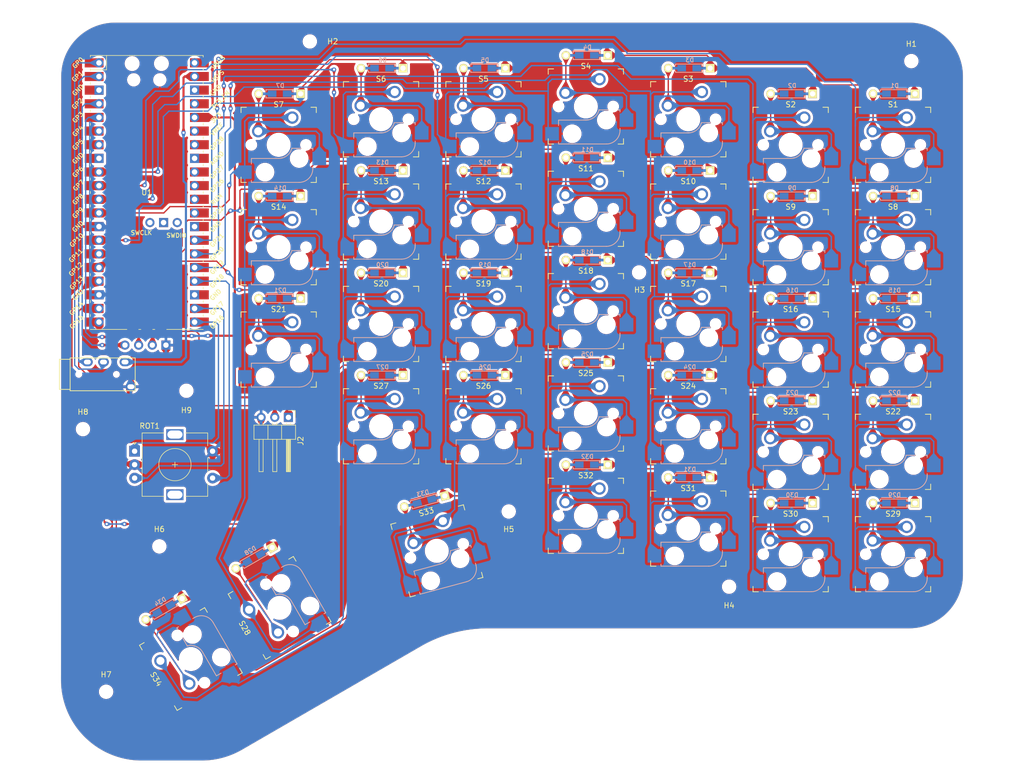
<source format=kicad_pcb>
(kicad_pcb (version 20221018) (generator pcbnew)
  (layers (0 "F.Cu" signal) (31 "B.Cu" signal) (34 "B.Paste" user) (35 "F.Paste" user) (36 "B.SilkS" user "B.Silkscreen") (37 "F.SilkS" user "F.Silkscreen") (38 "B.Mask" user) (39 "F.Mask" user) (44 "Edge.Cuts" user))
  (net 0 "")
  (net 1 "row0")
  (net 2 "Net-(D1-A)")
  (net 3 "Net-(D2-A)")
  (net 4 "Net-(D3-A)")
  (net 5 "Net-(D4-A)")
  (net 6 "Net-(D5-A)")
  (net 7 "Net-(D6-A)")
  (net 8 "row1")
  (net 9 "Net-(D8-A)")
  (net 10 "Net-(D9-A)")
  (net 11 "Net-(D10-A)")
  (net 12 "Net-(D11-A)")
  (net 13 "Net-(D12-A)")
  (net 14 "Net-(D13-A)")
  (net 15 "Net-(D14-A)")
  (net 16 "row2")
  (net 17 "Net-(D15-A)")
  (net 18 "row3")
  (net 19 "Net-(D16-A)")
  (net 20 "Net-(D17-A)")
  (net 21 "Net-(D18-A)")
  (net 22 "Net-(D19-A)")
  (net 23 "Net-(D20-A)")
  (net 24 "Net-(D21-A)")
  (net 25 "Net-(D22-A)")
  (net 26 "Net-(D23-A)")
  (net 27 "Net-(D24-A)")
  (net 28 "Net-(D25-A)")
  (net 29 "Net-(D26-A)")
  (net 30 "Net-(D27-A)")
  (net 31 "Net-(D28-A)")
  (net 32 "row4")
  (net 33 "Net-(D29-A)")
  (net 34 "Net-(D31-A)")
  (net 35 "Net-(D33-A)")
  (net 36 "col0")
  (net 37 "col1")
  (net 38 "col2")
  (net 39 "col3")
  (net 40 "col4")
  (net 41 "col5")
  (net 42 "col6")
  (net 43 "Net-(D30-A)")
  (net 44 "Net-(D32-A)")
  (net 45 "Net-(D34-A)")
  (net 46 "Net-(D7-A)")
  (net 47 "GND")
  (net 48 "VCC")
  (net 49 "SCL")
  (net 50 "SDA")
  (net 51 "TX0")
  (net 52 "RX0")
  (net 55 "VSYS")
  (net 60 "LED1")
  (net 74 "ROT1")
  (net 75 "ROT2")
  (net 76 "B1")
  (footprint "keyswitches:Kailh_socket_MX_optional" (layer "F.Cu") (at 129.04345 91.675)
    (fp_text reference "S25")
    (fp_text value "Keyswitch" hide)
  )
  (footprint "Keebio-Parts:Diode-Hybrid-Back" (layer "F.Cu") (at 125.32345 25.015)
    (fp_text reference "D4")
    (fp_text value "Diode" hide)
  )
  (footprint "keyswitches:Kailh_socket_MX_optional" (layer "F.Cu") (at 167.14345 117.86875)
    (fp_text reference "S30")
    (fp_text value "Keyswitch" hide)
  )
  (footprint "MountingHole:MountingHole_2.2mm_M2" (layer "F.Cu") (at 189.59345 26.07875)
    (fp_text reference "H1")
    (fp_text value "MountingHole" hide)
  )
  (footprint "keyswitches:Kailh_socket_MX_optional" (layer "F.Cu") (at 129.04345 53.575)
    (fp_text reference "S11")
    (fp_text value "Keyswitch" hide)
  )
  (footprint "RPi_Pico:RPi_PicoW_SMD_TH" (layer "F.Cu") (at 47.35845 50.53375)
    (fp_text reference "U1")
    (fp_text value "Pico")
  )
  (footprint "keyswitches:Kailh_socket_MX_optional" (layer "F.Cu") (at 167.14345 79.76875)
    (fp_text reference "S16")
    (fp_text value "Keyswitch" hide)
  )
  (footprint "MountingHole:MountingHole_2.2mm_M2" (layer "F.Cu") (at 114.69345 109.91875)
    (fp_text reference "H5")
    (fp_text value "MountingHole" hide)
  )
  (footprint "MountingHole:MountingHole_2.2mm_M2" (layer "F.Cu") (at 49.69345 116.41875)
    (fp_text reference "H6")
    (fp_text value "MountingHole" hide)
  )
  (footprint "keyswitches:Kailh_socket_MX_optional" (layer "F.Cu") (at 167.14345 60.71875)
    (fp_text reference "S9")
    (fp_text value "Keyswitch" hide)
  )
  (footprint "Keebio-Parts:Diode-Hybrid-Back" (layer "F.Cu") (at 163.42345 51.20875)
    (fp_text reference "D9")
    (fp_text value "Diode" hide)
  )
  (footprint "Keebio-Parts:Diode-Hybrid-Back" (layer "F.Cu") (at 95.259563 109.02741 15)
    (fp_text reference "D33")
    (fp_text value "Diode" hide)
  )
  (footprint "Keebio-Parts:Diode-Hybrid-Back" (layer "F.Cu") (at 63.919541 120.52516 30)
    (fp_text reference "D28")
    (fp_text value "Diode" hide)
  )
  (footprint "Keebio-Parts:Diode-Hybrid-Back" (layer "F.Cu") (at 68.17345 32.15875)
    (fp_text reference "D7")
    (fp_text value "Diode" hide)
  )
  (footprint "keyswitches:Kailh_socket_MX_optional" (layer "F.Cu") (at 101.314176 117.250557 15)
    (fp_text reference "S33")
    (fp_text value "Keyswitch" hide)
  )
  (footprint "keyswitches:Kailh_socket_MX_optional" (layer "F.Cu") (at 90.94345 55.95625)
    (fp_text reference "S13")
    (fp_text value "Keyswitch" hide)
  )
  (footprint "keyswitches:Kailh_socket_MX_optional" (layer "F.Cu") (at 109.99345 55.95625)
    (fp_text reference "S12")
    (fp_text value "Keyswitch" hide)
  )
  (footprint "Keebio-Parts:Diode-Hybrid-Back" (layer "F.Cu") (at 106.27345 65.49625)
    (fp_text reference "D19")
    (fp_text value "Diode" hide)
  )
  (footprint "keyswitches:Kailh_socket_MX_optional" (layer "F.Cu") (at 129.04345 72.625)
    (fp_text reference "S18")
    (fp_text value "Keyswitch" hide)
  )
  (footprint "Keebio-Parts:Diode-Hybrid-Back" (layer "F.Cu") (at 87.22345 65.49625)
    (fp_text reference "D20")
    (fp_text value "Diode" hide)
  )
  (footprint "Keebio-Parts:Diode-Hybrid-Back" (layer "F.Cu") (at 144.37345 84.54625)
    (fp_text reference "D24")
    (fp_text value "Diode" hide)
  )
  (footprint "keyswitches:Kailh_socket_MX_optional" (layer "F.Cu") (at 71.89345 41.66875)
    (fp_text reference "S7")
    (fp_text value "Keyswitch" hide)
  )
  (footprint "keyswitches:Kailh_socket_MX_optional" (layer "F.Cu") (at 148.09345 55.95625)
    (fp_text reference "S10")
    (fp_text value "Keyswitch" hide)
  )
  (footprint "keyswitches:Kailh_socket_MX_optional" (layer "F.Cu") (at 167.14345 41.66875)
    (fp_text reference "S2")
    (fp_text value "Keyswitch" hide)
  )
  (footprint "ScottoKeebs_Components:OLED_128x32" (layer "F.Cu") (at 41.12345 80.54875 90)
    (fp_text reference "J1" hide)
    (fp_text value "OLED_128x32")
  )
  (footprint "Keebio-Parts:Diode-Hybrid-Back" (layer "F.Cu") (at 182.47345 51.20875)
    (fp_text reference "D8")
    (fp_text value "Diode" hide)
  )
  (footprint "keyswitches:Kailh_socket_MX_optional" (layer "F.Cu") (at 148.09345 94.05625)
    (fp_text reference "S24")
    (fp_text value "Keyswitch" hide)
  )
  (footprint "keyswitches:Kailh_socket_MX_optional" (layer "F.Cu") (at 71.89345 60.71875)
    (fp_text reference "S14")
    (fp_text value "Keyswitch" hide)
  )
  (footprint "MountingHole:MountingHole_2.2mm_M2" (layer "F.Cu") (at 77.69345 22.41875)
    (fp_text reference "H2")
    (fp_text value "MountingHole" hide)
  )
  (footprint "Keebio-Parts:Diode-Hybrid-Back" (layer "F.Cu") (at 163.42345 32.15875)
    (fp_text reference "D2")
    (fp_text value "Diode" hide)
  )
  (footprint "MountingHole:MountingHole_2.2mm_M2" (layer "F.Cu") (at 54.73095 87.44375)
    (fp_text reference "H9")
    (fp_text value "MountingHole" hide)
  )
  (footprint "Keebio-Parts:Diode-Hybrid-Back" (layer "F.Cu") (at 106.27345 84.54625)
    (fp_text reference "D26")
    (fp_text value "Diode" hide)
  )
  (footprint "Connector_PinHeader_2.54mm:PinHeader_1x03_P2.54mm_Horizontal" (layer "F.Cu") (at 73.70845 92.39375 -90)
    (fp_text reference "J2")
    (fp_text value "Conn_01x03")
  )
  (footprint "Keebio-Parts:Diode-Hybrid-Back" (layer "F.Cu") (at 106.27345 46.44625)
    (fp_text reference "D12")
    (fp_text value "Diode" hide)
  )
  (footprint "Keebio-Parts:Diode-Hybrid-Back" (layer "F.Cu") (at 125.32345 44.065)
    (fp_text reference "D11")
    (fp_text value "Diode" hide)
  )
  (footprint "Keebio-Parts:Diode-Hybrid-Back" (layer "F.Cu") (at 163.42345 89.30875)
    (fp_text reference "D23")
    (fp_text value "Diode" hide)
  )
  (footprint "keyswitches:Kailh_socket_MX_optional" (layer "F.Cu") (at 72.064416 127.860838 120)
    (fp_text reference "S28")
    (fp_text value "Keyswitch" hide)
  )
  (footprint "keyswitches:Kailh_socket_MX_optional" (layer "F.Cu") (at 90.94345 75.00625)
    (fp_text reference "S20")
    (fp_text value "Keyswitch" hide)
  )
  (footprint "keyswitches:Kailh_socket_MX_optional" (layer "F.Cu") (at 148.09345 36.90625)
    (fp_text reference "S3")
    (fp_text value "Keyswitch" hide)
  )
  (footprint "keyswitches:Kailh_socket_MX_optional" (layer "F.Cu") (at 186.19345 98.81875)
    (fp_text reference "S22")
    (fp_text value "Keyswitch" hide)
  )
  (footprint "keyswitches:Kailh_socket_MX_optional" (layer "F.Cu") (at 148.09345 75.00625)
    (fp_text reference "S17")
    (fp_text value "Keyswitch" hide)
  )
  (footprint "Keebio-Parts:Diode-Hybrid-Back" (layer "F.Cu") (at 87.22345 46.44625)
    (fp_text reference "D13")
    (fp_text value "Diode" hide)
  )
  (footprint "keyswitches:Kailh_socket_MX_optional" (layer "F.Cu") (at 186.19345 60.71875)
    (fp_text reference "S8")
    (fp_text value "Keyswitch" hide)
  )
  (footprint "MountingHole:MountingHole_2.2mm_M2" (layer "F.Cu") (at 155.69345 123.91875)
    (fp_text reference "H4")
    (fp_text value "MountingHole" hide)
  )
  (footprint "Keebio-Parts:Diode-Hybrid-Back" (layer "F.Cu") (at 125.32345 101.215)
    (fp_text reference "D32")
    (fp_text value "Diode" hide)
  )
  (footprint "keyswitches:Kailh_socket_MX_optional" (layer "F.Cu") (at 90.94345 36.90625)
    (fp_text reference "S6")
    (fp_text value "Keyswitch" hide)
  )
  (footprint "Keebio-Parts:Diode-Hybrid-Back" (layer "F.Cu") (at 144.37345 103.59625)
    (fp_text reference "D31")
    (fp_text value "Diode" hide)
  )
  (footprint "keyswitches:Kailh_socket_MX_optional" (layer "F.Cu") (at 186.19345 117.86875)
    (fp_text reference "S29")
    (fp_text value "Keyswitch" hide)
  )
  (footprint "Keebio-Parts:Diode-Hybrid-Back" (layer "F.Cu") (at 87.22345 27.39625)
    (fp_text reference "D6")
    (fp_text value "Diode" hide)
  )
  (footprint "Keebio-Parts:Diode-Hybrid-Back" (layer "F.Cu") (at 87.22345 84.54625)
    (fp_text reference "D27")
    (fp_text value "Diode" hide)
  )
  (footprint "keyswitches:Kailh_socket_MX_optional" (layer "F.Cu") (at 148.09345 113.10625)
    (fp_text reference "S31")
    (fp_text value "Keyswitch" hide)
  )
  (footprint "MountingHole:MountingHole_2.2mm_M2" (layer "F.Cu") (at 138.94345 65.41875)
    (fp_text reference "H3")
    (fp_text value "MountingHole" hide)
  )
  (footprint "Keebio-Parts:Diode-Hybrid-Back" (layer "F.Cu") (at 144.37345 65.49625)
    (fp_text reference "D17")
    (fp_text value "Diode" hide)
  )
  (footprint "Keebio-Parts:Diode-Hybrid-Back" (layer "F.Cu") (at 182.47345 70.25875)
    (fp_text reference "D15")
    (fp_text value "Diode" hide)
  )
  (footprint "keyswitches:Kailh_socket_MX_optional" (layer "F.Cu") (at 186.19345 79.76875)
    (fp_text reference "S15")
    (fp_text value "Keyswitch" hide)
  )
  (footprint "Keebio-Parts:Diode-Hybrid-Back" (layer "F.Cu") (at 144.37345 27.39625)
    (fp_text reference "D3")
    (fp_text value "Diode" hide)
  )
  (footprint "Rotary_Encoder:RotaryEncoder_Alps_EC11E-Switch_Vertical_H20mm" (layer "F.Cu") (at 45.09345 98.7)
    (fp_text reference "ROT1")
    (fp_text value "RotaryEncoder_Switch")
  )
  (footprint "keyswitches:Kailh_socket_MX_optional" (layer "F.Cu") (at 129.04345 110.725)
    (fp_text reference "S32")
    (fp_text value "Keyswitch" hide)
  )
  (footprint "Keebio-Parts:Diode-Hybrid-Back" (layer "F.Cu") (at 163.42345 70.25875)
    (fp_text reference "D16")
    (fp_text value "Diode" hide)
  )
  (footprint "Keebio-Parts:Diode-Hybrid-Back" (layer "F.Cu") (at 68.17345 70.25875)
    (fp_text reference "D21")
    (fp_text value "Diode" hide)
  )
  (footprint "keyswitches:Kailh_socket_MX_optional" (layer "F.Cu") (at 129.04345 34.525)
    (fp_text reference "S4")
    (fp_text value "Keyswitch" hide)
  )
  (footprint "keyswitches:Kailh_socket_MX_optional" (layer "F.Cu") (at 109.99345 75.00625)
    (fp_text reference "S19")
    (fp_text value "Keyswitch" hide)
  )
  (footprint "keyswitches:Kailh_socket_MX_optional" (layer "F.Cu") (at 71.89345 79.76875)
    (fp_text reference "S21")
    (fp_text value "Keyswitch" hide)
  )
  (footprint "Keebio-Parts:Diode-Hybrid-Back" (layer "F.Cu") (at 182.47345 32.15875)
    (fp_text reference "D1")
    (fp_text value "Diode" hide)
  )
  (footprint "Keebio-Parts:Diode-Hybrid-Back" (layer "F.Cu") (at 125.32345 82.165)
    (fp_text reference "D25")
    (fp_text value "Diode" hide)
  )
  (footprint "keyswitches:Kailh_socket_MX_optional" (layer "F.Cu") (at 167.14345 98.81875)
    (fp_text reference "S23")
    (fp_text value "Keyswitch" hide)
  )
  (footprint "Keebio-Parts:Diode-Hybrid-Back" (layer "F.Cu") (at 182.47345 108.35875)
    (fp_text reference "D29")
    (fp_text value "Diode" hide)
  )
  (footprint "Keebio-Parts:Diode-Hybrid-Back" (layer "F.Cu") (at 182.47345 89.30875)
    (fp_text reference "D22")
    (fp_text value "Diode" hide)
  )
  (footprint "Keebio-Parts:Diode-Hybrid-Back" (layer "F.Cu") (at 125.32345 63.115)
    (fp_text reference "D18")
    (fp_text value "Diode" hide)
  )
  (footprint "Keebio-Parts:Diode-Hybrid-Back" (layer "F.Cu") (at 68.17345 51.20875)
    (fp_text reference "D14")
    (fp_text value "Diode" hide)
  )
  (footprint "Keebio-Parts:Diode-Hybrid-Back" (layer "F.Cu") (at 163.42345 108.35875)
    (fp_text reference "D30")
    (fp_text value "Diode" hide)
  )
  (footprint "ScottoKeebs_Components:TRRS_PJ-320A" (layer "F.Cu") (at 33.10595 84.39375 90)
    (fp_text reference "U3")
    (fp_text value "TRRS")
  )
  (footprint "keyswitches:Kailh_socket_MX_optional" (layer "F.Cu") (at 109.99345 94.05625)
    (fp_text reference "S26")
    (fp_text value "Keyswitch" hide)
  )
  (footprint "keyswitches:Kailh_socket_MX_optional" (layer "F.Cu") (at 90.94345 94.05625)
    (fp_text reference "S27")
    (fp_text value "Keyswitch" hide)
  )
  (footprint "keyswitches:Kailh_socket_MX_optional" (layer "F.Cu") (at 109.99345 36.90625)
    (fp_text reference "S5")
    (fp_text value "Keyswitch" hide)
  )
  (footprint "Keebio-Parts:Diode-Hybrid-Back" (layer "F.Cu") (at 106.27345 27.39625)
    (fp_text reference "D5")
    (fp_text value "Diode" hide)
  )
  (footprint "keyswitches:Kailh_socket_MX_optional" (layer "F.Cu") (at 55.566632 137.385838 120)
    (fp_text reference "S34")
    (fp_text value "Keyswitch" hide)
  )
  (footprint "Keebio-Parts:Diode-Hybrid-Back" (layer "F.Cu") (at 47.169541 130.02516 30)
    (fp_text reference "D34")
    (fp_text value "Diode" hide)
  )
  (footprint "MountingHole:MountingHole_2.2mm_M2" (layer "F.Cu") (at 35.4872 94.5875)
    (fp_text reference "H8")
    (fp_text value "MountingHole" hide)
  )
  (footprint "keyswitches:Kailh_socket_MX_optional" (layer "F.Cu") (at 186.19345 41.66875)
    (fp_text reference "S1")
    (fp_text value "Keyswitch" hide)
  )
  (footprint "Keebio-Parts:Diode-Hybrid-Back" (layer "F.Cu") (at 144.37345 46.44625)
    (fp_text reference "D10")
    (fp_text value "Diode" hide)
  )
  (footprint "MountingHole:MountingHole_2.2mm_M2" (layer "F.Cu") (at 39.79345 143.47875)
    (fp_text reference "H7")
    (fp_text value "MountingHole" hide)
  )
  (gr_line (start 199.193416 28.918784) (end 199.193416 121.668784) (stroke (width 0.0381)) (layer "Edge.Cuts"))
  (gr_arc (start 46.399306 156.278784) (mid 35.790624 151.883302) (end 31.399307 141.272895) (stroke (width 0.0381)) (layer "Edge.Cuts"))
  (gr_line (start 189.193416 131.668784) (end 110.832653 131.672385) (stroke (width 0.0381)) (layer "Edge.Cuts"))
  (gr_arc (start 189.193416 18.918784) (mid 196.264518 21.847682) (end 199.193416 28.918784) (stroke (width 0.0381)) (layer "Edge.Cuts"))
  (gr_line (start 31.443416 28.918784) (end 31.399307 141.272895) (stroke (width 0.0381)) (layer "Edge.Cuts"))
  (gr_arc (start 199.193416 121.668784) (mid 196.264483 128.739851) (end 189.193416 131.668784) (stroke (width 0.0381)) (layer "Edge.Cuts"))
  (gr_line (start 98.314071 135.033153) (end 65.079004 154.261843) (stroke (width 0.0381)) (layer "Edge.Cuts"))
  (gr_line (start 57.566335 156.278784) (end 46.399306 156.278784) (stroke (width 0.0381)) (layer "Edge.Cuts"))
  (gr_line (start 189.193416 18.918784) (end 41.443416 18.918784) (stroke (width 0.0381)) (layer "Edge.Cuts"))
  (gr_arc (start 31.443416 28.918784) (mid 34.372288 21.847645) (end 41.443416 18.918784) (stroke (width 0.0381)) (layer "Edge.Cuts"))
  (gr_arc (start 98.314071 135.033153) (mid 104.351765 132.527337) (end 110.832653 131.672385) (stroke (width 0.0381)) (layer "Edge.Cuts"))
  (gr_arc (start 65.079004 154.261843) (mid 61.455685 155.765767) (end 57.566335 156.278784) (stroke (width 0.0381)) (layer "Edge.Cuts"))
  (segment (start 171.94345 30.525) (end 171.22345 31.245) (width 0.25) (layer "F.Cu") (net 1))
  (segment (start 114.07345 26.04875) (end 114.07345 27.39625) (width 0.25) (layer "F.Cu") (net 1))
  (segment (start 95.02345 25.995) (end 95.02345 26.54875) (width 0.25) (layer "F.Cu") (net 1))
  (segment (start 132.79345 23.475) (end 119.54345 23.475) (width 0.25) (layer "F.Cu") (net 1))
  (segment (start 115.6222 27.39625) (end 114.07345 27.39625) (width 0.25) (layer "F.Cu") (net 1))
  (segment (start 43.43845 59.42375) (end 38.46845 59.42375) (width 0.25) (layer "F.Cu") (net 1))
  (segment (start 119.54345 23.475) (end 115.6222 27.39625) (width 0.25) (layer "F.Cu") (net 1))
  (segment (start 152.17345 25.625) (end 152.17345 27.39625) (width 0.25) (layer "F.Cu") (net 1))
  (segment (start 151.56345 25.015) (end 152.17345 25.625) (width 0.25) (layer "F.Cu") (net 1))
  (segment (start 171.22345 28.605) (end 171.22345 32.15875) (width 0.25) (layer "F.Cu") (net 1))
  (segment (start 190.27345 32.15875) (end 190.27345 30.955) (width 0.25) (layer "F.Cu") (net 1))
  (segment (start 95.02345 27.39625) (end 95.02345 25.995) (width 0.25) (layer "F.Cu") (net 1))
  (segment (start 190.27345 30.955) (end 189.84345 30.525) (width 0.25) (layer "F.Cu") (net 1))
  (segment (start 133.12345 25.015) (end 151.56345 25.015) (width 0.25) (layer "F.Cu") (net 1))
  (segment (start 95.02345 26.54875) (end 95.02345 27.39625) (width 0.25) (layer "F.Cu") (net 1))
  (segment (start 152.17345 27.39625) (end 170.0147 27.39625) (width 0.25) (layer "F.Cu") (net 1))
  (segment (start 170.0147 27.39625) (end 171.22345 28.605) (width 0.25) (layer "F.Cu") (net 1))
  (segment (start 81.37345 25.79875) (end 94.62345 25.79875) (width 0.25) (layer "F.Cu") (net 1))
  (segment (start 133.12345 25.015) (end 133.12345 23.805) (width 0.25) (layer "F.Cu") (net 1))
  (segment (start 75.97345 31.19875) (end 75.97345 32.15875) (width 0.25) (layer "F.Cu") (net 1))
  (segment (start 95.02345 25.995) (end 95.171575 25.846875) (width 0.25) (layer "F.Cu") (net 1))
  (segment (start 171.22345 31.245) (end 171.22345 32.15875) (width 0.25) (layer "F.Cu") (net 1))
  (segment (start 113.871575 25.846875) (end 114.07345 26.04875) (width 0.25) (layer "F.Cu") (net 1))
  (segment (start 95.171575 25.846875) (end 113.871575 25.846875) (width 0.25) (layer "F.Cu") (net 1))
  (segment (start 81.37345 25.79875) (end 75.97345 31.19875) (width 0.25) (layer "F.Cu") (net 1))
  (segment (start 133.12345 23.805) (end 132.79345 23.475) (width 0.25) (layer "F.Cu") (net 1))
  (segment (start 189.84345 30.525) (end 171.94345 30.525) (width 0.25) (layer "F.Cu") (net 1))
  (segment (start 43.44345 59.41875) (end 43.43845 59.42375) (width 0.25) (layer "F.Cu") (net 1))
  (segment (start 95.02345 26.54875) (end 95.02345 26.19875) (width 0.25) (layer "F.Cu") (net 1))
  (segment (start 95.02345 26.19875) (end 94.62345 25.79875) (width 0.25) (layer "F.Cu") (net 1))
  (via (at 43.44345 59.41875) (size 0.8) (drill 0.4) (layers "F.Cu" "B.Cu") (net 1))
  (segment (start 50.44345 52.50375) (end 50.44345 36.41875) (width 0.25) (layer "B.Cu") (net 1))
  (segment (start 45.94345 59.41875) (end 45.94345 53.77875) (width 0.25) (layer "B.Cu") (net 1))
  (segment (start 43.44345 59.41875) (end 45.94345 59.41875) (width 0.25) (layer "B.Cu") (net 1))
  (segment (start 50.44345 36.41875) (end 51.47345 35.38875) (width 0.25) (layer "B.Cu") (net 1))
  (segment (start 75.97345 33.63875) (end 75.97345 32.15875) (width 0.25) (layer "B.Cu") (net 1))
  (segment (start 58.72345 35.38875) (end 60.19345 33.91875) (width 0.25) (layer "B.Cu") (net 1))
  (segment (start 49.86845 53.07875) (end 50.44345 52.50375) (width 0.25) (layer "B.Cu") (net 1))
  (segment (start 51.47345 35.38875) (end 58.72345 35.38875) (width 0.25) (layer "B.Cu") (net 1))
  (segment (start 60.19345 33.91875) (end 75.69345 33.91875) (width 0.25) (layer "B.Cu") (net 1))
  (segment (start 75.69345 33.91875) (end 75.97345 33.63875) (width 0.25) (layer "B.Cu") (net 1))
  (segment (start 46.64345 53.07875) (end 49.86845 53.07875) (width 0.25) (layer "B.Cu") (net 1))
  (segment (start 45.94345 53.77875) (end 46.64345 53.07875) (width 0.25) (layer "B.Cu") (net 1))
  (segment (start 182.47345 32.15875) (end 182.47345 39.03875) (width 0.25) (layer "F.Cu") (net 2))
  (segment (start 193.75345 39.73875) (end 193.75345 44.20875) (width 0.25) (layer "B.Cu") (net 2))
  (segment (start 193.14345 39.12875) (end 193.75345 39.73875) (width 0.25) (layer "B.Cu") (net 2))
  (segment (start 182.38345 39.12875) (end 193.14345 39.12875) (width 0.25) (layer "B.Cu") (net 2))
  (segment (start 163.42345 32.15875) (end 163.42345 39.03875) (width 0.25) (layer "F.Cu") (net 3))
  (segment (start 163.33345 39.12875) (end 174.09345 39.12875) (width 0.25) (layer "B.Cu") (net 3))
  (segment (start 174.09345 39.12875) (end 174.70345 39.73875) (width 0.25) (layer "B.Cu") (net 3))
  (segment (start 174.70345 39.73875) (end 174.70345 44.20875) (width 0.25) (layer "B.Cu") (net 3))
  (segment (start 144.37345 27.39625) (end 144.37345 34.27625) (width 0.25) (layer "F.Cu") (net 4))
  (segment (start 155.04345 34.36625) (end 155.65345 34.97625) (width 0.25) (layer "B.Cu") (net 4))
  (segment (start 155.65345 34.97625) (end 155.65345 39.44625) (width 0.25) (layer "B.Cu") (net 4))
  (segment (start 144.28345 34.36625) (end 155.04345 34.36625) (width 0.25) (layer "B.Cu") (net 4))
  (segment (start 125.32345 25.015) (end 125.32345 31.895) (width 0.25) (layer "F.Cu") (net 5))
  (segment (start 125.23345 31.985) (end 135.99345 31.985) (width 0.25) (layer "B.Cu") (net 5))
  (segment (start 136.60345 32.595) (end 136.60345 37.065) (width 0.25) (layer "B.Cu") (net 5))
  (segment (start 135.99345 31.985) (end 136.60345 32.595) (width 0.25) (layer "B.Cu") (net 5))
  (segment (start 106.27345 27.39625) (end 106.27345 34.27625) (width 0.25) (layer "F.Cu") (net 6))
  (segment (start 116.94345 34.36625) (end 117.55345 34.97625) (width 0.25) (layer "B.Cu") (net 6))
  (segment (start 117.55345 34.97625) (end 117.55345 39.44625) (width 0.25) (layer "B.Cu") (net 6))
  (segment (start 106.18345 34.36625) (end 116.94345 34.36625) (width 0.25) (layer "B.Cu") (net 6))
  (segment (start 87.22345 27.39625) (end 87.22345 34.27625) (width 0.25) (layer "F.Cu") (net 7))
  (segment (start 97.89345 34.36625) (end 98.50345 34.97625) (width 0.25) (layer "B.Cu") (net 7))
  (segment (start 98.50345 34.97625) (end 98.50345 39.44625) (width 0.25) (layer "B.Cu") (net 7))
  (segment (start 87.13345 34.36625) (end 97.89345 34.36625) (width 0.25) (layer "B.Cu") (net 7))
  (segment (start 190.27345 51.20875) (end 190.27345 49.955) (width 0.25) (layer "F.Cu") (net 8))
  (segment (start 64.94345 49.91875) (end 75.72345 49.91875) (width 0.25) (layer "F.Cu") (net 8))
  (segment (start 75.97345 50.16875) (end 75.97345 47.795) (width 0.25) (layer "F.Cu") (net 8))
  (segment (start 135.29345 44.725) (end 134.63345 44.065) (width 0.25) (layer "F.Cu") (net 8))
  (segment (start 157.54345 48.975) (end 155.0147 46.44625) (width 0.25) (layer "F.Cu") (net 8))
  (segment (start 54.69345 60.82875) (end 54.69345 56.01875) (width 0.25) (layer "F.Cu") (net 8))
  (segment (start 132.62345 42.475) (end 133.12345 42.975) (width 0.25) (layer "F.Cu") (net 8))
  (segment (start 55.04345 55.66875) (end 61.19345 55.66875) (width 0.25) (layer "F.Cu") (net 8))
  (segment (start 190.27345 49.955) (end 190.04345 49.725) (width 0.25) (layer "F.Cu") (net 8))
  (segment (start 75.97345 51.20875) (end 75.97345 50.16875) (width 0.25) (layer "F.Cu") (net 8))
  (segment (start 53.54345 61.97875) (end 54.69345 60.82875) (width 0.25) (layer "F.Cu") (net 8))
  (segment (start 151.04345 44.725) (end 135.29345 44.725) (width 0.25) (layer "F.Cu") (net 8))
  (segment (start 64.69345 53.91875) (end 64.69345 50.16875) (width 0.25) (layer "F.Cu") (net 8))
  (segment (start 171.79345 49.725) (end 171.22345 50.295) (width 0.25) (layer "F.Cu") (net 8))
  (segment (start 155.0147 46.44625) (end 152.17345 46.44625) (width 0.25) (layer "F.Cu") (net 8))
  (segment (start 75.72345 49.91875) (end 75.97345 50.16875) (width 0.25) (layer "F.Cu") (net 8))
  (segment (start 79.04345 44.725) (end 94.54345 44.725) (width 0.25) (layer "F.Cu") (net 8))
  (segment (start 95.02345 45.205) (end 94.54345 44.725) (width 0.25) (layer "F.Cu") (net 8))
  (segment (start 133.12345 42.975) (end 133.12345 44.065) (width 0.25) (layer "F.Cu") (net 8))
  (segment (start 152.17345 45.855) (end 151.04345 44.725) (width 0.25) (layer "F.Cu") (net 8))
  (segment (start 171.22345 50.295) (end 171.22345 51.20875) (width 0.25) (layer "F.Cu") (net 8))
  (segment (start 95.02345 45.245) (end 95.02345 45.205) (width 0.25) (layer "F.Cu") (net 8))
  (segment (start 119.79345 42.475) (end 132.62345 42.475) (width 0.25) (layer "F.Cu") (net 8))
  (segment (start 113.29345 44.725) (end 95.54345 44.725) (width 0.25) (layer "F.Cu") (net 8))
  (segment (start 114.07345 46.44625) (end 114.07345 45.505) (width 0.25) (layer "F.Cu") (net 8))
  (segment (start 95.02345 45.245) (end 95.02345 46.44625) (width 0.25) (layer "F.Cu") (net 8))
  (segment (start 54.69345 56.01875) (end 55.04345 55.66875) (width 0.25) (layer "F.Cu") (net 8))
  (segment (start 134.63345 44.065) (end 133.12345 44.065) (width 0.25) (layer "F.Cu") (net 8))
  (segment (start 38.46845 61.96375) (end 53.52845 61.96375) (width 0.25) (layer "F.Cu") (net 8))
  (segment (start 61.19345 55.66875) (end 62.94345 53.91875) (width 0.25) (layer "F.Cu") (net 8))
  (segment (start 171.22345 51.20875) (end 171.22345 49.655) (width 0.25) (layer "F.Cu") (net 8))
  (segment (start 190.04345 49.725) (end 171.79345 49.725) (width 0.25) (layer "F.Cu") (net 8))
  (segment (start 114.07345 45.505) (end 113.29345 44.725) (width 0.25) (layer "F.Cu") (net 8))
  (segment (start 64.69345 50.16875) (end 64.94345 49.91875) (width 0.25) (layer "F.Cu") (net 8))
  (segment (start 115.8222 46.44625) (end 119.79345 42.475) (width 0.25) (layer "F.Cu") (net 8))
  (segment (start 95.54345 44.725) (end 95.02345 45.245) (width 0.25) (layer "F.Cu") (net 8))
  (segment (start 75.97345 47.795) (end 79.04345 44.725) (width 0.25) (layer "F.Cu") (net 8))
  (segment (start 170.54345 48.975) (end 157.54345 48.975) (width 0.25) (layer "F.Cu") (net 8))
  (segment (start 171.22345 49.655) (end 170.54345 48.975) (width 0.25) (layer "F.Cu") (net 8))
  (segment (start 114.07345 46.44625) (end 115.8222 46.44625) (width 0.25) (layer "F.Cu") (net 8))
  (segment (start 53.52845 61.96375) (end 53.54345 61.97875) (width 0.25) (layer "F.Cu") (net 8))
  (via (at 64.69345 53.91875) (size 0.8) (drill 0.4) (layers "F.Cu" "B.Cu") (net 8))
  (via (at 62.94345 53.91875) (size 0.8) (drill 0.4) (layers "F.Cu" "B.Cu") (net 8))
  (segment (start 62.94345 53.91875) (end 64.69345 53.91875) (width 0.25) (layer "B.Cu") (net 8))
  (segment (start 182.47345 51.20875) (end 182.47345 58.08875) (width 0.25) (layer "F.Cu") (net 9))
  (segment (start 193.14345 58.17875) (end 193.75345 58.78875) (width 0.25) (layer "B.Cu") (net 9))
  (segment (start 193.75345 58.78875) (end 193.75345 63.25875) (width 0.25) (layer "B.Cu") (net 9))
  (segment (start 182.38345 58.17875) (end 193.14345 58.17875) (width 0.25) (layer "B.Cu") (net 9))
  (segment (start 163.42345 51.20875) (end 163.42345 58.08875) (width 0.25) (layer "F.Cu") (net 10))
  (segment (start 174.09345 58.17875) (end 174.70345 58.78875) (width 0.25) (layer "B.Cu") (net 10))
  (segment (start 174.70345 58.78875) (end 174.70345 63.25875) (width 0.25) (layer "B.Cu") (net 10))
  (segment (start 163.33345 58.17875) (end 174.09345 58.17875) (width 0.25) (layer "B.Cu") (net 10))
  (segment (start 144.37345 46.44625) (end 144.37345 53.32625) (width 0.25) (layer "F.Cu") (net 11))
  (segment (start 155.65345 54.02625) (end 155.65345 58.49625) (width 0.25) (layer "B.Cu") (net 11))
  (segment (start 155.04345 53.41625) (end 155.65345 54.02625) (width 0.25) (layer "B.Cu") (net 11))
  (segment (start 144.28345 53.41625) (end 155.04345 53.41625) (width 0.25) (layer "B.Cu") (net 11))
  (segment (start 125.32345 44.065) (end 125.32345 50.945) (width 0.25) (layer "F.Cu") (net 12))
  (segment (start 135.99345 51.035) (end 136.60345 51.645) (width 0.25) (layer "B.Cu") (net 12))
  (segment (start 136.60345 51.645) (end 136.60345 56.115) (width 0.25) (layer "B.Cu") (net 12))
  (segment (start 125.23345 51.035) (end 135.99345 51.035) (width 0.25) (layer "B.Cu") (net 12))
  (segment (start 106.27345 46.44625) (end 106.27345 53.32625) (width 0.25) (layer "F.Cu") (net 13))
  (segment (start 106.18345 53.41625) (end 116.94345 53.41625) (width 0.25) (layer "B.Cu") (net 13))
  (segment (start 117.55345 54.02625) (end 117.55345 58.49625) (width 0.25) (layer "B.Cu") (net 13))
  (segment (start 116.94345 53.41625) (end 117.55345 54.02625) (width 0.25) (layer "B.Cu") (net 13))
  (segment (start 87.22345 46.44625) (end 87.22345 53.32625) (width 0.25) (layer "F.Cu") (net 14))
  (segment (start 97.89345 53.41625) (end 98.50345 54.02625) (width 0.25) (layer "B.Cu") (net 14))
  (segment (start 98.50345 54.02625) (end 98.50345 58.49625) (width 0.25) (layer "B.Cu") (net 14))
  (segment (start 87.13345 53.41625) (end 97.89345 53.41625) (width 0.25) (layer "B.Cu") (net 14))
  (segment (start 68.17345 51.20875) (end 68.17345 58.08875) (width 0.25) (layer "F.Cu") (net 15))
  (segment (start 68.08345 58.17875) (end 78.84345 58.17875) (width 0.25) (layer "B.Cu") (net 15))
  (segment (start 78.84345 58.17875) (end 79.45345 58.78875) (width 0.25) (layer "B.Cu") (net 15))
  (segment (start 79.45345 58.78875) (end 79.45345 63.25875) (width 0.25) (layer "B.Cu") (net 15))
  (segment (start 171.22345 70.25875) (end 171.22345 68.905) (width 0.25) (layer "F.Cu") (net 16))
  (segment (start 95.54345 63.975) (end 113.79345 63.975) (width 0.25) (layer "F.Cu") (net 16))
  (segment (start 152.17345 65.49625) (end 152.17345 64.355) (width 0.25) (layer "F.Cu") (net 16))
  (segment (start 95.02345 64.475) (end 95.02345 65.49625) (width 0.25) (layer "F.Cu") (net 16))
  (segment (start 157.04345 68.475) (end 154.0647 65.49625) (width 0.25) (layer "F.Cu") (net 16))
  (segment (start 136.65345 63.115) (end 133.12345 63.115) (width 0.25) (layer "F.Cu") (net 16))
  (segment (start 133.12345 62.055) (end 132.79345 61.725) (width 0.25) (layer "F.Cu") (net 16))
  (segment (start 151.04345 63.225) (end 141.04345 63.225) (width 0.25) (layer "F.Cu") (net 16))
  (segment (start 171.22345 68.905) (end 170.79345 68.475) (width 0.25) (layer "F.Cu") (net 16))
  (segment (start 170.79345 68.475) (end 157.04345 68.475) (width 0.25) (layer "F.Cu") (net 16))
  (segment (start 75.97345 67.295) (end 79.29345 63.975) (width 0.25) (layer "F.Cu") (net 16))
  (segment (start 141.04345 63.225) (end 140.29345 62.475) (width 0.25) (layer "F.Cu") (net 16))
  (segment (start 133.12345 63.115) (end 133.12345 62.055) (width 0.25) (layer "F.Cu") (net 16))
  (segment (start 119.54345 61.725) (end 115.7722 65.49625) (width 0.25) (layer "F.Cu") (net 16))
  (segment (start 75.97345 70.25875) (end 75.97345 68.91875) (width 0.25) (layer "F.Cu") (net 16))
  (segment (start 171.22345 69.045) (end 171.22345 70.25875) (width 0.25) (layer "F.Cu") (net 16))
  (segment (start 75.97345 68.91875) (end 75.97345 67.295) (width 0.25) (layer "F.Cu") (net 16))
  (segment (start 79.29345 63.975) (end 94.52345 63.975) (width 0.25) (layer "F.Cu") (net 16))
  (segment (start 38.46845 64.50375) (end 39.64345 63.32875) (width 0.25) (layer "F.Cu") (net 16))
  (segment (start 152.17345 64.355) (end 151.04345 63.225) (width 0.25) (layer "F.Cu") (net 16))
  (segment (start 94.52345 63.975) (end 95.02345 64.475) (width 0.25) (layer "F.Cu") (net 16))
  (segment (start 190.27345 70.25875) (end 190.27345 68.705) (width 0.25) (layer "F.Cu") (net 16))
  (segment (start 154.0647 65.49625) (end 152.17345 65.49625) (width 0.25) (layer "F.Cu") (net 16))
  (segment (start 137.29345 62.475) (end 136.65345 63.115) (width 0.25) (layer "F.Cu") (net 16))
  (segment (start 171.79345 68.475) (end 171.22345 69.045) (width 0.25) (layer "F.Cu") (net 16))
  (segment (start 39.64345 63.32875) (end 60.35345 63.32875) (width 0.25) (layer "F.Cu") (net 16))
  (segment (start 190.04345 68.475) (end 171.79345 68.475) (width 0.25) (layer "F.Cu") (net 16))
  (segment (start 64.54295 68.66875) (end 75.72345 68.66875) (width 0.25) (layer "F.Cu") (net 16))
  (segment (start 113.79345 63.975) (end 114.07345 64.255) (width 0.25) (layer "F.Cu") (net 16))
  (segment (start 75.72345 68.66875) (end 75.97345 68.91875) (width 0.25) (layer "F.Cu") (net 16))
  (segment (start 132.79345 61.725) (end 119.54345 61.725) (width 0.25) (layer "F.Cu") (net 16))
  (segment (start 140.29345 62.475) (end 137.29345 62.475) (width 0.25) (layer "F.Cu") (net 16))
  (segment (start 95.02345 64.495) (end 95.54345 63.975) (width 0.25) (layer "F.Cu") (net 16))
  (segment (start 190.27345 68.705) (end 190.04345 68.475) (width 0.25) (layer "F.Cu") (net 16))
  (segment (start 60.35345 63.32875) (end 62.44345 65.41875) (width 0.25) (layer "F.Cu") (net 16))
  (segment (start 114.07345 64.255) (end 114.07345 65.49625) (width 0.25) (layer "F.Cu") (net 16))
  (segment (start 95.02345 65.49625) (end 95.02345 64.495) (width 0.25) (layer "F.Cu") (net 16))
  (segment (start 115.7722 65.49625) (end 114.07345 65.49625) (width 0.25) (layer "F.Cu") (net 16))
  (via (at 62.44345 65.41875) (size 0.8) (drill 0.4) (layers "F.Cu" "B.Cu") (net 16))
  (via (at 64.54295 68.66875) (size 0.8) (drill 0.4) (layers "F.Cu" "B.Cu") (net 16))
  (segment (start 62.44345 65.41875) (end 63.44345 66.41875) (width 0.25) (layer "B.Cu") (net 16))
  (segment (start 63.44345 66.41875) (end 63.44345 68.16875) (width 0.25) (layer "B.Cu") (net 16))
  (segment (start 64.54295 68.66875) (end 63.94345 68.66875) (width 0.25) (layer "B.Cu") (net 16))
  (segment (start 63.94345 68.66875) (end 63.44345 68.16875) (width 0.25) (layer "B.Cu") (net 16))
  (segment (start 182.47345 70.25875) (end 182.47345 77.13875) (width 0.25) (layer "F.Cu") (net 17))
  (segment (start 193.75345 77.83875) (end 193.75345 82.30875) (width 0.25) (layer "B.Cu") (net 17))
  (segment (start 182.38345 77.22875) (end 193.14345 77.22875) (width 0.25) (layer "B.Cu") (net 17))
  (segment (start 193.14345 77.22875) (end 193.75345 77.83875) (width 0.25) (layer "B.Cu") (net 17))
  (segment (start 157.04345 87.725) (end 153.8647 84.54625) (width 0.25) (layer "F.Cu") (net 18))
  (segment (start 171.54345 87.725) (end 171.22345 88.045) (width 0.25) (layer "F.Cu") (net 18))
  (segment (start 95.02345 83.495) (end 95.54345 82.975) (width 0.25) (layer "F.Cu") (net 18))
  (segment (start 113.79345 82.975) (end 114.07345 83.255) (width 0.25) (layer "F.Cu") (net 18))
  (segment (start 114.07345 84.54625) (end 115.7222 84.54625) (width 0.25) (layer "F.Cu") (net 18))
  (segment (start 81.69345 113.41875) (end 82.69345 112.41875) (width 0.25) (layer "F.Cu") (net 18))
  (segment (start 36.85845 67.04375) (end 33.44345 70.45875) (width 0.25) (layer "F.Cu") (net 18))
  (segment (start 189.79345 87.725) (end 171.54345 87.725) (width 0.25) (layer "F.Cu") (net 18))
  (segment (start 33.44345 86.66875) (end 39.44345 92.66875) (width 0.25) (layer "F.Cu") (net 18))
  (segment (start 132.54345 80.725) (end 133.12345 81.305) (width 0.25) (layer "F.Cu") (net 18))
  (segment (start 133.12345 81.305) (end 133.12345 82.165) (width 0.25) (layer "F.Cu") (net 18))
  (segment (start 171.22345 88.045) (end 171.22345 89.30875) (width 0.25) (layer "F.Cu") (net 18))
  (segment (start 136.04345 82.725) (end 135.48345 82.165) (width 0.25) (layer "F.Cu") (net 18))
  (segment (start 115.7222 84.54625) (end 119.54345 80.725) (width 0.25) (layer "F.Cu") (net 18))
  (segment (start 73.989208 113.460491) (end 81.69345 113.460491) (width 0.25) (layer "F.Cu") (net 18))
  (segment (start 82.69345 112.41875) (end 82.69345 83.91875) (width 0.25) (layer "F.Cu") (net 18))
  (segment (start 43.19345 112.25375) (end 66.96845 112.25375) (width 0.25) (layer "F.Cu") (net 18))
  (segment (start 39.77845 112.25375) (end 39.91845 112.25375) (width 0.25) (layer "F.Cu") (net 18))
  (segment (start 39.44345 111.91875) (end 39.77845 112.25375) (width 0.25) (layer "F.Cu") (net 18))
  (segment (start 190.27345 88.205) (end 189.79345 87.725) (width 0.25) (layer "F.Cu") (net 18))
  (segment (start 39.44345 92.66875) (end 39.44345 111.91875) (width 0.25) (layer "F.Cu") (net 18))
  (segment (start 95.02345 84.54625) (end 95.02345 83.495) (width 0.25) (layer "F.Cu") (net 18))
  (segment (start 82.69345 83.91875) (end 83.94345 82.66875) (width 0.25) (layer "F.Cu") (net 18))
  (segment (start 119.54345 80.725) (end 132.54345 80.725) (width 0.25) (layer "F.Cu") (net 18))
  (segment (start 152.17345 83.605) (end 151.29345 82.725) (width 0.25) (layer "F.Cu") (net 18))
  (segment (start 153.8647 84.54625) (end 152.17345 84.54625) (width 0.25) (layer "F.Cu") (net 18))
  (segment (start 33.44345 70.45875) (end 33.44345 86.66875) (width 0.25) (layer "F.Cu") (net 18))
  (segment (start 151.29345 82.725) (end 136.04345 82.725) (width 0.25) (layer "F.Cu") (net 18))
  (segment (start 170.79345 87.725) (end 157.04345 87.725) (width 0.25) (layer "F.Cu") (net 18))
  (segment (start 95.02345 83.74875) (end 95.02345 84.54625) (width 0.25) (layer "F.Cu") (net 18))
  (segment (start 95.54345 82.975) (end 113.79345 82.975) (width 0.25) (layer "F.Cu") (net 18))
  (segment (start 114.07345 83.255) (end 114.07345 84.54625) (width 0.25) (layer "F.Cu") (net 18))
  (segment (start 171.22345 88.155) (end 170.79345 87.725) (width 0.25) (layer "F.Cu") (net 18))
  (segment (start 93.94345 82.66875) (end 95.02345 83.74875) (width 0.25) (layer "F.Cu") (net 18))
  (segment (start 83.94345 82.66875) (end 93.94345 82.66875) (width 0.25) (layer "F.Cu") (net 18))
  (segment (start 152.17345 84.54625) (end 152.17345 83.605) (width 0.25) (layer "F.Cu") (net 18))
  (segment (start 81.69345 113.460491) (end 81.69345 113.41875) (width 0.25) (layer "F.Cu") (net 18))
  (segment (start 70.674539 116.62516) (end 66.96845 112.25375) (width 0.25) (layer "F.Cu") (net 18))
  (segment (start 171.22345 89.30875) (end 171.22345 88.155) (width 0.25) (layer "F.Cu") (net 18))
  (segment (start 190.27345 89.30875) (end 190.27345 88.205) (width 0.25) (layer "F.Cu") (net 18))
  (segment (start 135.48345 82.165) (end 133.12345 82.165) (width 0.25) (layer "F.Cu") (net 18))
  (segment (start 71.149539 116.30016) (end 73.989208 113.460491) (width 0.25) (layer "F.Cu") (net 18))
  (via (at 39.91845 112.25375) (size 0.8) (drill 0.4) (layers "F.Cu" "B.Cu") (net 18))
  (via (at 43.19345 112.25375) (size 0.8) (drill 0.4) (layers "F.Cu" "B.Cu") (net 18))
  (segment (start 39.91845 112.25375) (end 43.19345 112.25375) (width 0.25) (layer "B.Cu") (net 18))
  (segment (start 163.42345 70.25875) (end 163.42345 77.13875) (width 0.25) (layer "F.Cu") (net 19))
  (segment (start 174.70345 77.83875) (end 174.70345 82.30875) (width 0.25) (layer "B.Cu") (net 19))
  (segment (start 174.09345 77.22875) (end 174.70345 77.83875) (width 0.25) (layer "B.Cu") (net 19))
  (segment (start 163.33345 77.22875) (end 174.09345 77.22875) (width 0.25) (layer "B.Cu") (net 19))
  (segment (start 144.37345 65.49625) (end 144.37345 72.37625) (width 0.25) (layer "F.Cu") (net 20))
  (segment (start 155.65345 73.07625) (end 155.65345 77.54625) (width 0.25) (layer "B.Cu") (net 20))
  (segment (start 144.28345 72.46625) (end 155.04345 72.46625) (width 0.25) (layer "B.Cu") (net 20))
  (segment (start 155.04345 72.46625) (end 155.65345 73.07625) (width 0.25) (layer "B.Cu") (net 20))
  (segment (start 125.32345 63.115) (end 125.32345 69.995) (width 0.25) (layer "F.Cu") (net 21))
  (segment (start 125.23345 70.085) (end 135.99345 70.085) (width 0.25) (layer "B.Cu") (net 21))
  (segment (start 135.99345 70.085) (end 136.60345 70.695) (width 0.25) (layer "B.Cu") (net 21))
  (segment (start 136.60345 70.695) (end 136.60345 75.165) (width 0.25) (layer "B.Cu") (net 21))
  (segment (start 106.27345 65.49625) (end 106.27345 72.37625) (width 0.25) (layer "F.Cu") (net 22))
  (segment (start 116.94345 72.46625) (end 117.55345 73.07625) (width 0.25) (layer "B.Cu") (net 22))
  (segment (start 117.55345 73.07625) (end 117.55345 77.54625) (width 0.25) (layer "B.Cu") (net 22))
  (segment (start 106.18345 72.46625) (end 116.94345 72.46625) (width 0.25) (layer "B.Cu") (net 22))
  (segment (start 87.22345 65.49625) (end 87.22345 72.37625) (width 0.25) (layer "F.Cu") (net 23))
  (segment (start 98.50345 73.07625) (end 98.50345 77.54625) (width 0.25) (layer "B.Cu") (net 23))
  (segment (start 97.89345 72.46625) (end 98.50345 73.07625) (width 0.25) (layer "B.Cu") (net 23))
  (segment (start 87.13345 72.46625) (end 97.89345 72.46625) (width 0.25) (layer "B.Cu") (net 23))
  (segment (start 68.17345 70.25875) (end 68.17345 77.13875) (width 0.25) (layer "F.Cu") (net 24))
  (segment (start 68.08345 77.22875) (end 78.84345 77.22875) (width 0.25) (layer "B.Cu") (net 24))
  (segment (start 79.45345 77.83875) (end 79.45345 82.30875) (width 0.25) (layer "B.Cu") (net 24))
  (segment (start 78.84345 77.22875) (end 79.45345 77.83875) (width 0.25) (layer "B.Cu") (net 24))
  (segment (start 182.47345 89.30875) (end 182.47345 96.18875) (width 0.25) (layer "F.Cu") (net 25))
  (segment (start 193.75345 96.88875) (end 193.75345 101.35875) (width 0.25) (layer "B.Cu") (net 25))
  (segment (start 193.14345 96.27875) (end 193.75345 96.88875) (width 0.25) (layer "B.Cu") (net 25))
  (segment (start 182.38345 96.27875) (end 193.14345 96.27875) (width 0.25) (layer "B.Cu") (net 25))
  (segment (start 163.42345 89.30875) (end 163.42345 96.18875) (width 0.25) (layer "F.Cu") (net 26))
  (segment (start 163.33345 96.27875) (end 174.09345 96.27875) (width 0.25) (layer "B.Cu") (net 26))
  (segment (start 174.09345 96.27875) (end 174.70345 96.88875) (width 0.25) (layer "B.Cu") (net 26))
  (segment (start 174.70345 96.88875) (end 174.70345 101.35875) (width 0.25) (layer "B.Cu") (net 26))
  (segment (start 144.37345 84.54625) (end 144.37345 91.42625) (width 0.25) (layer "F.Cu") (net 27))
  (segment (start 155.65345 92.12625) (end 155.65345 96.59625) (width 0.25) (layer "B.Cu") (net 27))
  (segment (start 155.04345 91.51625) (end 155.65345 92.12625) (width 0.25) (layer "B.Cu") (net 27))
  (segment (start 144.28345 91.51625) (end 155.04345 91.51625) (width 0.25) (layer "B.Cu") (net 27))
  (segment (start 125.32345 82.165) (end 125.32345 89.045) (width 0.25) (layer "F.Cu") (net 28))
  (segment (start 135.99345 89.135) (end 136.60345 89.745) (width 0.25) (layer "B.Cu") (net 28))
  (segment (start 125.23345 89.135) (end 135.99345 89.135) (width 0.25) (layer "B.Cu") (net 28))
  (segment (start 136.60345 89.745) (end 136.60345 94.215) (width 0.25) (layer "B.Cu") (net 28))
  (segment (start 106.27345 84.54625) (end 106.27345 91.42625) (width 0.25) (layer "F.Cu") (net 29))
  (segment (start 117.55345 92.12625) (end 117.55345 96.59625) (width 0.25) (layer "B.Cu") (net 29))
  (segment (start 106.18345 91.51625) (end 116.94345 91.51625) (width 0.25) (layer "B.Cu") (net 29))
  (segment (start 116.94345 91.51625) (end 117.55345 92.12625) (width 0.25) (layer "B.Cu") (net 29))
  (segment (start 87.22345 84.54625) (end 87.22345 91.42625) (width 0.25) (layer "F.Cu") (net 30))
  (segment (start 97.89345 91.51625) (end 98.50345 92.12625) (width 0.25) (layer "B.Cu") (net 30))
  (segment (start 87.13345 91.51625) (end 97.89345 91.51625) (width 0.25) (layer "B.Cu") (net 30))
  (segment (start 98.50345 92.12625) (end 98.50345 96.59625) (width 0.25) (layer "B.Cu") (net 30))
  (segment (start 63.919541 120.52516) (end 71.769711 132.430395) (width 0.25) (layer "F.Cu") (net 31))
  (segment (start 65.897006 122.871282) (end 70.484121 120.043686) (width 0.25) (layer "B.Cu") (net 31))
  (segment (start 65.897006 122.871282) (end 65.672006 123.521282) (width 0.25) (layer "B.Cu") (net 31))
  (segment (start 71.769711 132.430395) (end 65.672006 123.521282) (width 0.25) (layer "B.Cu") (net 31))
  (segment (start 58.09175 126.55545) (end 62.28125 133.39095) (width 0.25) (layer "F.Cu") (net 32))
  (segment (start 41.69345 118.41875) (end 43.19345 119.91875) (width 0.25) (layer "F.Cu") (net 32))
  (segment (start 152.17345 103.355) (end 150.79345 101.975) (width 0.25) (layer "F.Cu") (net 32))
  (segment (start 171.54345 106.725) (end 171.22345 107.045) (width 0.25) (layer "F.Cu") (net 32))
  (segment (start 135.28345 101.215) (end 133.12345 101.215) (width 0.25) (layer "F.Cu") (net 32))
  (segment (start 67.790278 139.400578) (end 84.44345 129.72875) (width 0.25) (layer "F.Cu") (net 32))
  (segment (start 53.574539 124.596264) (end 53.924539 126.12516) (width 0.25) (layer "F.Cu") (net 32))
  (segment (start 102.793784 107.008621) (end 113.259829 107.008621) (width 0.25) (layer "F.Cu") (net 32))
  (segment (start 132.04345 99.225) (end 133.12345 100.305) (width 0.25) (layer "F.Cu") (net 32))
  (segment (start 171.22345 107.155) (end 170.79345 106.725) (width 0.25) (layer "F.Cu") (net 32))
  (segment (start 157.04345 106.725) (end 153.9147 103.59625) (width 0.25) (layer "F.Cu") (net 32))
  (segment (start 170.79345 106.725) (end 157.04345 106.725) (width 0.25) (layer "F.Cu") (net 32))
  (segment (start 171.22345 108.35875) (end 171.22345 107.155) (width 0.25) (layer "F.Cu") (net 32))
  (segment (start 113.259829 107.008621) (end 121.04345 99.225) (width 0.25) (layer "F.Cu") (net 32))
  (segment (start 190.27345 106.955) (end 190.04345 106.725) (width 0.25) (layer "F.Cu") (net 32))
  (segment (start 84.44345 129.72875) (end 87.422589 118.082889) (width 0.25) (layer "F.Cu") (net 32))
  (segment (start 57.91146 126.37516) (end 58.09175 126.55545) (width 0.25) (layer "F.Cu") (net 32))
  (segment (start 136.04345 101.975) (end 135.28345 101.215) (width 0.25) (layer "F.Cu") (net 32))
  (segment (start 34.69345 72.66875) (end 34.69345 82.91875) (width 0.25) (layer "F.Cu") (net 32))
  (segment (start 35.23845 72.12375) (end 34.69345 72.66875) (width 0.25) (layer "F.Cu") (net 32))
  (segment (start 150.79345 101.975) (end 136.04345 101.975) (width 0.25) (layer "F.Cu") (net 32))
  (segment (start 43.19345 119.91875) (end 48.897024 119.91875) (width 0.25) (layer "F.Cu") (net 32))
  (segment (start 53.924539 126.12516) (end 57.91146 126.37516) (width 0.25) (layer "F.Cu") (net 32))
  (segment (start 87.422589 118.082889) (end 93.56845 107.79375) (width 0.25) (layer "F.Cu") (net 32))
  (segment (start 153.9147 103.59625) (end 152.17345 103.59625) (width 0.25) (layer "F.Cu") (net 32))
  (segment (start 102.553627 105.91875) (end 102.793784 107.008621) (width 0.25) (layer "F.Cu") (net 32))
  (segment (start 121.04345 99.225) (end 132.04345 99.225) (width 0.25) (layer "F.Cu") (net 32))
  (segment (start 101.69345 105.619454) (end 102.553627 105.91875) (width 0.25) (layer "F.Cu") (net 32))
  (segment (start 171.22345 107.045) (end 171.22345 108.35875) (width 0.25) (layer "F.Cu") (net 32))
  (segment (start 62.28125 133.39095) (end 65.965726 139.306474) (width 0.25) (layer "F.Cu") (net 32))
  (segment (start 34.69345 82.91875) (end 41.69345 89.91875) (width 0.25) (layer "F.Cu") (net 32))
  (segment (start 190.27345 108.35875) (end 190.27345 106.955) (width 0.25) (layer "F.Cu") (net 32))
  (segment (start 133.12345 100.305) (end 133.12345 101.215) (width 0.25) (layer "F.Cu") (net 32))
  (segment (start 190.04345 106.725) (end 171.54345 106.725) (width 0.25) (layer "F.Cu") (net 32))
  (segment (start 48.897024 119.91875) (end 53.574539 124.596264) (width 0.25) (layer "F.Cu") (net 32))
  (segment (start 65.965726 139.306474) (end 67.790278 139.400578) (width 0.25) (layer "F.Cu") (net 32))
  (segment (start 93.56845 107.79375) (end 101.69345 105.619454) (width 0.25) (layer "F.Cu") (net 32))
  (segment (start 41.69345 89.91875) (end 41.69345 118.41875) (width 0.25) (layer "F.Cu") (net 32))
  (segment (start 38.46845 72.12375) (end 35.23845 72.12375) (width 0.25) (layer "F.Cu") (net 32))
  (segment (start 182.47345 108.35875) (end 182.47345 115.23875) (width 0.25) (layer "F.Cu") (net 33))
  (segment (start 182.38345 115.32875) (end 193.14345 115.32875) (width 0.25) (layer "B.Cu") (net 33))
  (segment (start 193.14345 115.32875) (end 193.75345 115.93875) (width 0.25) (layer "B.Cu") (net 33))
  (segment (start 193.75345 115.93875) (end 193.75345 120.40875) (width 0.25) (layer "B.Cu") (net 33))
  (segment (start 144.37345 103.59625) (end 144.37345 110.47625) (width 0.25) (layer "F.Cu") (net 34))
  (segment (start 155.65345 111.17625) (end 155.65345 115.64625) (width 0.25) (layer "B.Cu") (net 34))
  (segment (start 155.04345 110.56625) (end 155.65345 111.17625) (width 0.25) (layer "B.Cu") (net 34))
  (segment (start 144.28345 110.56625) (end 155.04345 110.56625) (width 0.25) (layer "B.Cu") (net 34))
  (segment (start 95.259563 109.027409) (end 97.040238 115.672979) (width 0.25) (layer "F.Cu") (net 35))
  (segment (start 96.976598 115.783206) (end 107.36996 112.998313) (width 0.25) (layer "B.Cu") (net 35))
  (segment (start 108.117054 113.429648) (end 109.273976 117.747337) (width 0.25) (layer "B.Cu") (net 35))
  (segment (start 107.36996 112.998313) (end 108.117054 113.429648) (width 0.25) (layer "B.Cu") (net 35))
  (segment (start 60.44345 25.91875) (end 60.69345 25.66875) (width 0.25) (layer "F.Cu") (net 36))
  (segment (start 60.44345 34.91875) (end 60.44345 25.91875) (width 0.25) (layer "F.Cu") (net 36))
  (via (at 60.69345 25.66875) (size 0.8) (drill 0.4) (layers "F.Cu" "B.Cu") (net 36))
  (via (at 60.44345 34.91875) (size 0.8) (drill 0.4) (layers "F.Cu" "B.Cu") (net 36))
  (segment (start 179.17345 44.475) (end 179.17345 122.21875) (width 0.25) (layer "B.Cu") (net 36))
  (segment (start 105.674518 22.937682) (end 106.584518 22.027682) (width 0.25) (layer "B.Cu") (net 36))
  (segment (start 136.69345 24.66875) (end 153.94345 24.66875) (width 0.25) (layer "B.Cu") (net 36))
  (segment (start 60.44345 37.91875) (end 60.44345 34.91875) (width 0.25) (layer "B.Cu") (net 36))
  (segment (start 59.43845 59.42375) (end 59.44345 59.41875) (width 0.25) (layer "B.Cu") (net 36))
  (segment (start 179.67345 55.63875) (end 188.73345 55.63875) (width 0.25) (layer "B.Cu") (net 36))
  (segment (start 179.19345 38.14875) (end 179.17345 38.16875) (width 0.25) (layer "B.Cu") (net 36))
  (segment (start 179.67345 74.68875) (end 188.73345 74.68875) (width 0.25) (layer "B.Cu") (net 36))
  (segment (start 179.17345 37.08875) (end 179.67345 36.58875) (width 0.25) (layer "B.Cu") (net 36))
  (segment (start 179.17345 65.06875) (end 179.17345 56.13875) (width 0.25) (layer "B.Cu") (net 36))
  (segment (start 179.67345 112.78875) (end 188.73345 112.78875) (width 0.25) (layer "B.Cu") (net 36))
  (segment (start 153.94345 24.66875) (end 155.94345 26.66875) (width 0.25) (layer "B.Cu") (net 36))
  (segment (start 179.17345 122.21875) (end 179.17345 113.28875) (width 0.25) (layer "B.Cu") (net 36))
  (segment (start 179.67345 93.73875) (end 188.73345 93.73875) (width 0.25) (layer "B.Cu") (net 36))
  (segment (start 179.19345 30.91875) (end 179.19345 38.14875) (width 0.25) (layer "B.Cu") (net 36))
  (segment (start 106.584518 22.027682) (end 134.224518 22.027682) (width 0.25) (layer "B.Cu") (net 36))
  (segment (start 56.24845 59.42375) (end 59.43845 59.42375) (width 0.25) (layer "B.Cu") (net 36))
  (segment (start 179.17345 103.16875) (end 179.17345 94.23875) (width 0.25) (layer "B.Cu") (net 36))
  (segment (start 179.17345 84.11875) (end 179.17345 75.18875) (width 0.25) (layer "B.Cu") (net 36))
  (segment (start 60.69345 25.66875) (end 79.44345 25.66875) (width 0.25) (layer "B.Cu") (net 36))
  (segment (start 179.17345 94.23875) (end 179.67345 93.73875) (width 0.25) (layer "B.Cu") (net 36))
  (segment (start 178.19345 29.91875) (end 179.19345 30.91875) (width 0.25) (layer "B.Cu") (net 36))
  (segment (start 179.17345 38.16875) (end 179.17345 37.08875) (width 0.25) (layer "B.Cu") (net 36))
  (segment (start 179.17345 44.475) (end 179.17345 38.16875) (width 0.25) (layer "B.Cu") (net 36))
  (segment (start 59.44345 38.91875) (end 60.44345 37.91875) (width 0.25) (layer "B.Cu") (net 36))
  (segment (start 155.94345 26.66875) (end 170.19345 26.66875) (width 0.25) (layer "B.Cu") (net 36))
  (segment (start 79.44345 25.66875) (end 82.174518 22.937682) (width 0.25) (layer "B.Cu") (net 36))
  (segment (start 179.17345 113.28875) (end 179.67345 112.78875) (width 0.25) (layer "B.Cu") (net 36))
  (segment (start 82.174518 22.937682) (end 105.674518 22.937682) (width 0.25) (layer "B.Cu") (net 36))
  (segment (start 134.224518 22.027682) (end 136.69345 24.496614) (width 0.25) (layer "B.Cu") (net 36))
  (segment (start 170.19345 26.66875) (end 173.44345 29.91875) (width 0.25) (layer "B.Cu") (net 36))
  (segment (start 179.17345 46.01875) (end 179.17345 44.475) (width 0.25) (layer "B.Cu") (net 36))
  (segment (start 59.44345 59.41875) (end 59.44345 38.91875) (width 0.25) (layer "B.Cu") (net 36))
  (segment (start 136.69345 24.496614) (end 136.69345 24.66875) (width 0.25) (layer "B.Cu") (net 36))
  (segment (start 179.67345 36.58875) (end 188.73345 36.58875) (width 0.25) (layer "B.Cu") (net 36))
  (segment (start 173.44345 29.91875) (end 178.19345 29.91875) (width 0.25) (layer "B.Cu") (net 36))
  (segment (start 179.17345 75.18875) (end 179.67345 74.68875) (width 0.25) (layer "B.Cu") (net 36))
  (segment (start 179.17345 56.13875) (end 179.67345 55.63875) (width 0.25) (layer "B.Cu") (net 36))
  (segment (start 61.69345 34.91875) (end 61.69345 30.66875) (width 0.25) (layer "F.Cu") (net 37))
  (via (at 61.69345 30.66875) (size 0.8) (drill 0.4) (layers "F.Cu" "B.Cu") (net 37))
  (via (at 61.69345 34.91875) (size 0.8) (drill 0.4) (layers "F.Cu" "B.Cu") (net 37))
  (segment (start 160.12345 103.16875) (end 160.12345 94.23875) (width 0.25) (layer "B.Cu") (net 37))
  (segment (start 160.12345 122.21875) (end 160.12345 118.475) (width 0.25) (layer "B.Cu") (net 37))
  (segment (start 160.12345 118.475) (end 160.12345 44.725) (width 0.25) (layer "B.Cu") (net 37))
  (segment (start 160.62345 112.78875) (end 169.68345 112.78875) (width 0.25) (layer "B.Cu") (net 37))
  (segment (start 118.94345 26.91875) (end 116.94345 28.91875) (width 0.25) (layer "B.Cu") (net 37))
  (segment (start 160.62345 93.73875) (end 169.68345 93.73875) (width 0.25) (layer "B.Cu") (net 37))
  (segment (start 60.69345 61.41875) (end 60.14845 61.96375) (width 0.25) (layer "B.Cu") (net 37))
  (segment (start 61.69345 30.66875) (end 61.69345 29.16875) (width 0.25) (layer "B.Cu") (net 37))
  (segment (start 61.69345 38.16875) (end 61.69345 34.91875) (width 0.25) (layer "B.Cu") (net 37))
  (segment (start 160.62345 55.63875) (end 169.68345 55.63875) (width 0.25) (layer "B.Cu") (net 37))
  (segment (start 160.12345 37.66875) (end 160.12345 37.08875) (width 0.25) (layer "B.Cu") (net 37))
  (segment (start 160.12345 44.725) (end 160.12345 37.66875) (width 0.25) (layer "B.Cu") (net 37))
  (segment (start 60.69345 39.16875) (end 60.69345 61.41875) (width 0.25) (layer "B.Cu") (net 37))
  (segment (start 159.19345 29.41875) (end 137.44345 29.41875) (width 0.25) (layer "B.Cu") (net 37))
  (segment (start 60.14845 61.96375) (end 56.24845 61.96375) (width 0.25) (layer "B.Cu") (net 37))
  (segment (start 160.12345 75.18875) (end 160.62345 74.68875) (width 0.25) (layer "B.Cu") (net 37))
  (segment (start 160.12345 118.475) (end 160.12345 113.28875) (width 0.25) (layer "B.Cu") (net 37))
  (segment (start 134.94345 26.91875) (end 118.94345 26.91875) (width 0.25) (layer "B.Cu") (net 37))
  (segment (start 61.94345 28.91875) (end 116.94345 28.91875) (width 0.25) (layer "B.Cu") (net 37))
  (segment (start 160.12345 94.23875) (end 160.62345 93.73875) (width 0.25) (layer "B.Cu") (net 37))
  (segment (start 60.69345 39.16875) (end 61.69345 38.16875) (width 0.25) (layer "B.Cu") (net 37))
  (segment (start 160.12345 37.08875) (end 160.62345 36.58875) (width 0.25) (layer "B.Cu") (net 37))
  (segment (start 160.62345 36.58875) (end 169.68345 36.58875) (width 0.25) (layer "B.Cu") (net 37))
  (segment (start 61.69345 29.16875) (end 61.94345 28.91875) (width 0.25) (layer "B.Cu") (net 37))
  (segment (start 160.12345 84.11875) (end 160.12345 75.18875) (width 0.25) (layer "B.Cu") (net 37))
  (segment (start 160.12345 56.13875) (end 160.62345 55.63875) (width 0.25) (layer "B.Cu") (net 37))
  (segment (start 160.12345 113.28875) (end 160.62345 112.78875) (width 0.25) (layer "B.Cu") (net 37))
  (segment (start 160.12345 46.01875) (end 160.12345 44.725) (width 0.25) (layer "B.Cu") (net 37))
  (segment (start 137.44345 29.41875) (end 134.94345 26.91875) (width 0.25) (layer "B.Cu") (net 37))
  (segment (start 160.12345 37.66875) (end 160.12345 30.34875) (width 0.25) (layer "B.Cu") (net 37))
  (segment (start 160.12345 65.06875) (end 160.12345 56.13875) (width 0.25) (layer "B.Cu") (net 37))
  (segment (start 160.62345 74.68875) (end 169.68345 74.68875) (width 0.25) (layer "B.Cu") (net 37))
  (segment (start 160.12345 30.34875) (end 159.19345 29.41875) (width 0.25) (layer "B.Cu") (net 37))
  (segment (start 62.94345 34.91875) (end 62.94345 30.66875) (width 0.25) (layer "F.Cu") (net 38))
  (via (at 62.94345 34.91875) (size 0.8) (drill 0.4) (layers "F.Cu" "B.Cu") (net 38))
  (via (at 62.94345 30.66875) (size 0.8) (drill 0.4) (layers "F.Cu" "B.Cu") (net 38))
  (segment (start 141.57345 69.92625) (end 141.79345 69.92625) (width 0.25) (layer "B.Cu") (net 38))
  (segment (start 62.94345 30.236948) (end 63.19345 29.986948) (width 0.25) (layer "B.Cu") (net 38))
  (segment (start 141.07345 108.52625) (end 141.57345 108.02625) (width 0.25) (layer "B.Cu") (net 38))
  (segment (start 141.07345 89.47625) (end 141.57345 88.97625) (width 0.25) (layer "B.Cu") (net 38))
  (segment (start 132.94345 27.66875) (end 130.44345 27.66875) (width 0.25) (layer "B.Cu") (net 38))
  (segment (start 121.44345 29.66875) (end 110.19345 29.66875) (width 0.25) (layer "B.Cu") (net 38))
  (segment (start 110.19345 29.66875) (end 109.69345 30.16875) (width 0.25) (layer "B.Cu") (net 38))
  (segment (start 141.07345 98.40625) (end 141.07345 89.47625) (width 0.25) (layer "B.Cu") (net 38))
  (segment (start 141.57345 50.87625) (end 150.63345 50.87625) (width 0.25) (layer "B.Cu") (net 38))
  (segment (start 91.761648 29.486948) (end 91.261648 29.986948) (width 0.25) (layer "B.Cu") (net 38))
  (segment (start 95.011648 29.486948) (end 91.761648 29.486948) (width 0.25) (layer "B.Cu") (net 38))
  (segment (start 141.07345 117.45625) (end 141.07345 113.475) (width 0.25) (layer "B.Cu") (net 38))
  (segment (start 141.80345 69.91625) (end 141.79345 69.92625) (width 0.25) (layer "B.Cu") (net 38))
  (segment (start 61.94345 63.91875) (end 61.35845 64.50375) (width 0.25) (layer "B.Cu") (net 38))
  (segment (start 141.07345 51.475) (end 141.07345 33.41875) (width 0.25) (layer "B.Cu") (net 38))
  (segment (start 141.07345 113.475) (end 141.07345 70.42625) (width 0.25) (layer "B.Cu") (net 38))
  (segment (start 141.57345 31.82625) (end 150.63345 31.82625) (width 0.25) (layer "B.Cu") (net 38))
  (segment (start 63.19345 29.986948) (end 91.261648 29.986948) (width 0.25) (layer "B.Cu") (net 38))
  (segment (start 130.44345 27.66875) (end 129.44345 28.66875) (width 0.25) (layer "B.Cu") (net 38))
  (segment (start 122.44345 28.66875) (end 121.44345 29.66875) (width 0.25) (layer "B.Cu") (net 38))
  (segment (start 95.69345 30.16875) (end 95.011648 29.486948) (width 0.25) (layer "B.Cu") (net 38))
  (segment (start 141.07345 33.41875) (end 141.07345 32.32625) (width 0.25) (layer "B.Cu") (net 38))
  (segment (start 141.07345 113.475) (end 141.07345 108.52625) (width 0.25) (layer "B.Cu") (net 38))
  (segment (start 61.94345 39.41875) (end 61.94345 63.91875) (width 0.25) (layer "B.Cu") (net 38))
  (segment (start 109.69345 30.16875) (end 95.69345 30.16875) (width 0.25) (layer "B.Cu") (net 38))
  (segment (start 61.94345 39.41875) (end 62.94345 38.41875) (width 0.25) (layer "B.Cu") (net 38))
  (segment (start 62.94345 30.66875) (end 62.94345 30.236948) (width 0.25) (layer "B.Cu") (net 38))
  (segment (start 141.07345 33.41875) (end 141.07345 31.66875) (width 0.25) (layer "B.Cu") (net 38))
  (segment (start 61.35845 64.50375) (end 56.24845 64.50375) (width 0.25) (layer "B.Cu") (net 38))
  (segment (start 141.07345 51.475) (end 141.07345 51.37625) (width 0.25) (layer "B.Cu") (net 38))
  (segment (start 141.07345 70.42625) (end 141.57345 69.92625) (width 0.25) (layer "B.Cu") (net 38))
  (segment (start 141.57345 88.97625) (end 150.63345 88.97625) (width 0.25) (layer "B.Cu") (net 38))
  (segment (start 62.94345 38.41875) (end 62.94345 34.91875) (width 0.25) (layer "B.Cu") (net 38))
  (segment (start 141.79345 69.92625) (end 150.63345 69.92625) (width 0.25) (layer "B.Cu") (net 38))
  (segment (start 141.07345 60.30625) (end 141.07345 51.475) (width 0.25) (layer "B.Cu") (net 38))
  (segment (start 141.57345 108.02625) (end 150.63345 108.02625) (width 0.25) (layer "B.Cu") (net 38))
  (segment (start 141.80345 61.03625) (end 141.80345 69.91625) (width 0.25) (layer "B.Cu") (net 38))
  (segment (start 141.07345 31.66875) (end 136.94345 31.66875) (width 0.25) (layer "B.Cu") (net 38))
  (segment (start 129.44345 28.66875) (end 122.44345 28.66875) (width 0.25) (layer "B.Cu") (net 38))
  (segment (start 136.94345 31.66875) (end 132.94345 27.66875) (width 0.25) (layer "B.Cu") (net 38))
  (segment (start 141.07345 51.37625) (end 141.57345 50.87625) (width 0.25) (layer "B.Cu") (net 38))
  (segment (start 141.07345 32.32625) (end 141.57345 31.82625) (width 0.25) (layer "B.Cu") (net 38))
  (segment (start 49.44345 46.66875) (end 49.38845 46.72375) (width 0.25) (layer "F.Cu") (net 39))
  (segment (start 38.46845 46.72375) (end 49.38845 46.72375) (width 0.25) (layer "F.Cu") (net 39))
  (via (at 49.44345 46.66875) (size 0.8) (drill 0.4) (layers "F.Cu" "B.Cu") (net 39))
  (segment (start 54.44345 32.66875) (end 52.94345 34.16875) (width 0.25) (layer "B.Cu") (net 39))
  (segment (start 122.02345 96.025) (end 122.02345 87.095) (width 0.25) (layer "B.Cu") (net 39))
  (segment (start 122.02345 113.975) (end 122.02345 106.145) (width 0.25) (layer "B.Cu") (net 39))
  (segment (start 122.7472 29.445) (end 131.58345 29.445) (width 0.25) (layer "B.Cu") (net 39))
  (segment (start 122.02345 57.925) (end 122.02345 48.995) (width 0.25) (layer "B.Cu") (net 39))
  (segment (start 92.44345 30.16875) (end 91.69345 30.91875) (width 0.25) (layer "B.Cu") (net 39))
  (segment (start 111.19345 30.16875) (end 110.19345 31.16875) (width 0.25) (layer "B.Cu") (net 39))
  (segment (start 122.52345 48.495) (end 131.58345 48.495) (width 0.25) (layer "B.Cu") (net 39))
  (segment (start 115.94345 31.66875) (end 114.44345 30.16875) (width 0.25) (layer "B.Cu") (net 39))
  (segment (start 122.02345 30.16875) (end 122.7472 29.445) (width 0.25) (layer "B.Cu") (net 39))
  (segment (start 50.69345 34.16875) (end 49.44345 35.41875) (width 0.25) (layer "B.Cu") (net 39))
  (segment (start 122.02345 76.975) (end 122.02345 68.045) (width 0.25) (layer "B.Cu") (net 39))
  (segment (start 63.69345 32.66875) (end 54.44345 32.66875) (width 0.25) (layer "B.Cu") (net 39))
  (segment (start 122.52345 105.645) (end 131.58345 105.645) (width 0.25) (layer "B.Cu") (net 39))
  (segment (start 122.02345 31.66875) (end 122.02345 113.975) (width 0.25) (layer "B.Cu") (net 39))
  (segment (start 122.52345 86.595) (end 131.58345 86.595) (width 0.25) (layer "B.Cu") (net 39))
  (segment (start 122.52345 67.545) (end 131.58345 67.545) (width 0.25) (layer "B.Cu") (net 39))
  (segment (start 95.44345 31.16875) (end 94.44345 30.16875) (width 0.25) (layer "B.Cu") (net 39))
  (segment (start 122.02345 48.995) (end 122.52345 48.495) (width 0.25) (layer "B.Cu") (net 39))
  (segment (start 122.02345 31.66875) (end 115.94345 31.66875) (width 0.25) (layer "B.Cu") (net 39))
  (segment (start 122.02345 106.145) (end 122.52345 105.645) (width 0.25) (layer "B.Cu") (net 39))
  (segment (start 122.02345 87.095) (end 122.52345 86.595) (width 0.25) (layer "B.Cu") (net 39))
  (segment (start 110.19345 31.16875) (end 95.44345 31.16875) (width 0.25) (layer "B.Cu") (net 39))
  (segment (start 122.02345 30.16875) (end 122.02345 31.66875) (width 0.25) (layer "B.Cu") (net 39))
  (segment (start 49.44345 35.41875) (end 49.44345 46.66875) (width 0.25) (layer "B.Cu") (net 39))
  (segment (start 122.02345 115.075) (end 122.02345 113.975) (width 0.25) (layer "B.Cu") (net 39))
  (segment (start 122.02345 68.045) (end 122.52345 67.545) (width 0.25) (layer "B.Cu") (net 39))
  (segment (start 114.44345 30.16875) (end 111.19345 30.16875) (width 0.25) (layer "B.Cu") (net 39))
  (segment (start 65.44345 30.91875) (end 63.69345 32.66875) (width 0.25) (layer "B.Cu") (net 39))
  (segment (start 50.69345 34.16875) (end 52.94345 34.16875) (width 0.25) (layer "B.Cu") (net 39))
  (segment (start 94.44345 30.16875) (end 92.44345 30.16875) (width 0.25) (layer "B.Cu") (net 39))
  (segment (start 91.69345 30.91875) (end 65.44345 30.91875) (width 0.25) (layer "B.Cu") (net 39))
  (segment (start 101.44345 32.41875) (end 101.44345 27.16875) (width 0.25) (layer "F.Cu") (net 40))
  (segment (start 46.94345 49.16875) (end 46.84845 49.26375) (width 0.25) (layer "F.Cu") (net 40))
  (segment (start 38.46845 49.26375) (end 46.84845 49.26375) (width 0.25) (layer "F.Cu") (net 40))
  (via (at 101.44345 27.16875) (size 0.8) (drill 0.4) (layers "F.Cu" "B.Cu") (net 40))
  (via (at 46.94345 49.16875) (size 0.8) (drill 0.4) (layers "F.Cu" "B.Cu") (net 40))
  (via (at 101.44345 32.41875) (size 0.8) (drill 0.4) (layers "F.Cu" "B.Cu") (net 40))
  (segment (start 102.97345 95.725) (end 102.97345 32.32625) (width 0.25) (layer "B.Cu") (net 40))
  (segment (start 102.97345 70.42625) (end 103.47345 69.92625) (width 0.25) (layer "B.Cu") (net 40))
  (segment (start 53.31845 28.04375) (end 53.69345 27.66875) (width 0.25) (layer "B.Cu") (net 40))
  (segment (start 59.44345 26.66875) (end 81.064518 26.66875) (width 0.25) (layer "B.Cu") (net 40))
  (segment (start 53.69345 27.66875) (end 58.44345 27.66875) (width 0.25) (layer "B.Cu") (net 40))
  (segment (start 102.97345 79.35625) (end 102.97345 70.42625) (width 0.25) (layer "B.Cu") (net 40))
  (segment (start 102.97345 98.40625) (end 102.97345 95.725) (width 0.25) (layer "B.Cu") (net 40))
  (segment (start 48.94345 31.66875) (end 51.44345 31.66875) (width 0.25) (layer "B.Cu") (net 40))
  (segment (start 93.701539 114.031154) (end 102.452827 111.686253) (width 0.25) (layer "B.Cu") (net 40))
  (segment (start 58.44345 27.66875) (end 59.44345 26.66875) (width 0.25) (layer "B.Cu") (net 40))
  (segment (start 103.47345 31.82625) (end 112.53345 31.82625) (width 0.25) (layer "B.Cu") (net 40))
  (segment (start 93.347985 114.643526) (end 93.701539 114.031154) (width 0.25) (layer "B.Cu") (net 40))
  (segment (start 104.62345 109.51563) (end 104.62345 100.05625) (width 0.25) (layer "B.Cu") (net 40))
  (segment (start 102.97345 32.32625) (end 103.47345 31.82625) (width 0.25) (layer "B.Cu") (net 40))
  (segment (start 99.44345 25.16875) (end 101.44345 27.16875) (width 0.25) (layer "B.Cu") (net 40))
  (segment (start 101.44345 39.72625) (end 101.44345 32.41875) (width 0.25) (layer "B.Cu") (net 40))
  (segment (start 53.31845 29.79375) (end 53.31845 28.04375) (width 0.25) (layer "B.Cu") (net 40))
  (segment (start 47.19345 48.91875) (end 47.19345 33.41875) (width 0.25) (layer "B.Cu") (net 40))
  (segment (start 103.47345 69.92625) (end 112.53345 69.92625) (width 0.25) (layer "B.Cu") (net 40))
  (segment (start 102.97345 95.725) (end 102.97345 89.47625) (width 0.25) (layer "B.Cu") (net 40))
  (segment (start 103.47345 50.87625) (end 112.53345 50.87625) (width 0.25) (layer "B.Cu") (net 40))
  (segment (start 46.94345 49.16875) (end 47.19345 48.91875) (width 0.25) (layer "B.Cu") (net 40))
  (segment (start 102.97345 60.30625) (end 102.97345 51.37625) (width 0.25) (layer "B.Cu") (net 40))
  (segment (start 102.97345 89.47625) (end 103.47345 88.97625) (width 0.25) (layer "B.Cu") (net 40))
  (segment (start 103.47345 88.97625) (end 112.53345 88.97625) (width 0.25) (layer "B.Cu") (net 40))
  (segment (start 81.064518 26.66875) (end 82.564518 25.16875) (width 0.25) (layer "B.Cu") (net 40))
  (segment (start 102.452827 111.686253) (end 104.62345 109.51563) (width 0.25) (layer "B.Cu") (net 40))
  (segment (start 102.97345 51.37625) (end 103.47345 50.87625) (width 0.25) (layer "B.Cu") (net 40))
  (segment (start 51.44345 31.66875) (end 53.31845 29.79375) (width 0.25) (layer "B.Cu") (net 40))
  (segment (start 103.70345 41.98625) (end 101.44345 39.72625) (width 0.25) (layer "B.Cu") (net 40))
  (segment (start 82.564518 25.16875) (end 99.44345 25.16875) (width 0.25) (layer "B.Cu") (net 40))
  (segment (start 95.65924 123.269244) (end 93.347985 114.643526) (width 0.25) (layer "B.Cu") (net 40))
  (segment (start 47.19345 33.41875) (end 48.94345 31.66875) (width 0.25) (layer "B.Cu") (net 40))
  (segment (start 82.19345 31.91875) (end 82.19345 27.66875) (width 0.25) (layer "F.Cu") (net 41))
  (segment (start 38.46845 51.80375) (end 48.30845 51.80375) (width 0.25) (layer "F.Cu") (net 41))
  (segment (start 48.44345 51.66875) (end 48.30845 51.80375) (width 0.25) (layer "F.Cu") (net 41))
  (via (at 82.19345 31.91875) (size 0.8) (drill 0.4) (layers "F.Cu" "B.Cu") (net 41))
  (via (at 82.19345 27.66875) (size 0.8) (drill 0.4) (layers "F.Cu" "B.Cu") (net 41))
  (via (at 48.44345 51.66875) (size 0.8) (drill 0.4) (layers "F.Cu" "B.Cu") (net 41))
  (segment (start 83.098513 131.158813) (end 83.92345 129.50375) (width 0.25) (layer "B.Cu") (net 41))
  (segment (start 63.111041 140.293138) (end 64.41845 141.90375) (width 0.25) (layer "B.Cu") (net 41))
  (segment (start 54.248199 144.474001) (end 56.64345 144.623103) (width 0.25) (layer "B.Cu") (net 41))
  (segment (start 49.897223 137.726133) (end 54.248199 144.474001) (width 0.25) (layer "B.Cu") (net 41))
  (segment (start 84.42345 69.92625) (end 93.48345 69.92625) (width 0.25) (layer "B.Cu") (net 41))
  (segment (start 83.92345 79.35625) (end 83.92345 70.42625) (width 0.25) (layer "B.Cu") (net 41))
  (segment (start 60.19345 27.66875) (end 82.19345 27.66875) (width 0.25) (layer "B.Cu") (net 41))
  (segment (start 83.92345 70.42625) (end 84.42345 69.92625) (width 0.25) (layer "B.Cu") (net 41))
  (segment (start 83.92345 32.32625) (end 84.42345 31.82625) (width 0.25) (layer "B.Cu") (net 41))
  (segment (start 54.69345 30.16875) (end 59.44345 30.16875) (width 0.25) (layer "B.Cu") (net 41))
  (segment (start 83.92345 97.41875) (end 83.92345 32.32625) (width 0.25) (layer "B.Cu") (net 41))
  (segment (start 83.92345 89.47625) (end 84.42345 88.97625) (width 0.25) (layer "B.Cu") (net 41))
  (segment (start 83.92345 97.41875) (end 83.92345 104.65375) (width 0.25) (layer "B.Cu") (net 41))
  (segment (start 84.42345 50.87625) (end 93.48345 50.87625) (width 0.25) (layer "B.Cu") (net 41))
  (segment (start 84.42345 88.97625) (end 93.48345 88.97625) (width 0.25) (layer "B.Cu") (net 41))
  (segment (start 49.94345 32.66875) (end 52.19345 32.66875) (width 0.25) (layer "B.Cu") (net 41))
  (segment (start 83.92345 104.65375) (end 83.92345 121.10375) (width 0.25) (layer "B.Cu") (net 41))
  (segment (start 48.44345 34.16875) (end 48.44345 51.66875) (width 0.25) (layer "B.Cu") (net 41))
  (segment (start 59.44345 30.16875) (end 59.69345 29.91875) (width 0.25) (layer "B.Cu") (net 41))
  (segment (start 64.41845 141.90375) (end 83.098513 131.158813) (width 0.25) (layer "B.Cu") (net 41))
  (segment (start 83.92345 60.30625) (end 83.92345 51.37625) (width 0.25) (layer "B.Cu") (net 41))
  (segment (start 83.92345 124.20375) (end 83.92345 124.68875) (width 0.25) (layer "B.Cu") (net 41))
  (segment (start 49.94345 32.66875) (end 48.44345 34.16875) (width 0.25) (layer "B.Cu") (net 41))
  (segment (start 82.19345 39.52625) (end 82.19345 31.91875) (width 0.25) (layer "B.Cu") (net 41))
  (segment (start 59.69345 28.16875) (end 60.19345 27.66875) (width 0.25) (layer "B.Cu") (net 41))
  (segment (start 83.92345 98.40625) (end 83.92345 89.47625) (width 0.25) (layer "B.Cu") (net 41))
  (segment (start 56.64345 144.623103) (end 63.111041 140.293138) (width 0.25) (layer "B.Cu") (net 41))
  (segment (start 52.19345 32.66875) (end 54.69345 30.16875) (width 0.25) (layer "B.Cu") (net 41))
  (segment (start 83.92345 121.10375) (end 83.92345 124.20375) (width 0.25) (layer "B.Cu") (net 41))
  (segment (start 83.92345 98.40625) (end 83.92345 97.41875) (width 0.25) (layer "B.Cu") (net 41))
  (segment (start 83.92345 51.37625) (end 84.42345 50.87625) (width 0.25) (layer "B.Cu") (net 41))
  (segment (start 84.42345 31.82625) (end 93.48345 31.82625) (width 0.25) (layer "B.Cu") (net 41))
  (segment (start 83.92345 104.65375) (end 83.92345 129.50375) (width 0.25) (layer "B.Cu") (net 41))
  (segment (start 59.69345 29.91875) (end 59.69345 28.16875) (width 0.25) (layer "B.Cu") (net 41))
  (segment (start 84.65345 41.98625) (end 82.19345 39.52625) (width 0.25) (layer "B.Cu") (net 41))
  (segment (start 51.69345 53.16875) (end 61.44345 53.16875) (width 0.25) (layer "F.Cu") (net 42))
  (segment (start 38.46845 54.34375) (end 50.51845 54.34375) (width 0.25) (layer "F.Cu") (net 42))
  (segment (start 61.44345 53.16875) (end 62.69345 51.91875) (width 0.25) (layer "F.Cu") (net 42))
  (segment (start 50.51845 54.34375) (end 51.69345 53.16875) (width 0.25) (layer "F.Cu") (net 42))
  (segment (start 62.69345 51.91875) (end 62.69345 49.16875) (width 0.25) (layer "F.Cu") (net 42))
  (via (at 62.69345 49.16875) (size 0.8) (drill 0.4) (layers "F.Cu" "B.Cu") (net 42))
  (segment (start 60.84345 118.65375) (end 65.58755 107.35375) (width 0.25) (layer "B.Cu") (net 42))
  (segment (start 74.43345 74.68875) (end 65.81755 74.68875) (width 0.25) (layer "B.Cu") (net 42))
  (segment (start 65.58755 55.91875) (end 65.58755 74.91875) (width 0.25) (layer "B.Cu") (net 42))
  (segment (start 65.58755 74.91875) (end 65.58755 107.35375) (width 0.25) (layer "B.Cu") (net 42))
  (segment (start 65.86755 55.63875) (end 65.58755 55.91875) (width 0.25) (layer "B.Cu") (net 42))
  (segment (start 66.395007 128.201133) (end 60.84345 118.65375) (width 0.25) (layer "B.Cu") (net 42))
  (segment (start 62.69345 49.16875) (end 62.94345 48.91875) (width 0.25) (layer "B.Cu") (net 42))
  (segment (start 72.21845 135.638166) (end 70.840581 135.456619) (width 0.25) (layer "B.Cu") (net 42))
  (segment (start 65.81755 74.68875) (end 65.58755 74.91875) (width 0.25) (layer "B.Cu") (net 42))
  (segment (start 63.44345 46.74875) (end 65.60345 46.74875) (width 0.25) (layer "B.Cu") (net 42))
  (segment (start 66.395007 128.201133) (end 70.840581 135.456619) (width 0.25) (layer "B.Cu") (net 42))
  (segment (start 66.27345 36.58875) (end 65.58755 37.27465) (width 0.25) (layer "B.Cu") (net 42))
  (segment (start 62.94345 48.91875) (end 62.94345 47.24875) (width 0.25) (layer "B.Cu") (net 42))
  (segment (start 72.21845 135.638166) (end 79.608825 130.768138) (width 0.25) (layer "B.Cu") (net 42))
  (segment (start 74.43345 55.63875) (end 65.86755 55.63875) (width 0.25) (layer "B.Cu") (net 42))
  (segment (start 62.94345 47.24875) (end 63.44345 46.74875) (width 0.25) (layer "B.Cu") (net 42))
  (segment (start 74.43345 36.58875) (end 66.27345 36.58875) (width 0.25) (layer "B.Cu") (net 42))
  (segment (start 65.58755 37.27465) (end 65.58755 55.91875) (width 0.25) (layer "B.Cu") (net 42))
  (segment (start 163.42345 108.35875) (end 163.42345 115.23875) (width 0.25) (layer "F.Cu") (net 43))
  (segment (start 174.70345 115.93875) (end 174.70345 120.40875) (width 0.25) (layer "B.Cu") (net 43))
  (segment (start 174.09345 115.32875) (end 174.70345 115.93875) (width 0.25) (layer "B.Cu") (net 43))
  (segment (start 163.33345 115.32875) (end 174.09345 115.32875) (width 0.25) (layer "B.Cu") (net 43))
  (segment (start 125.32345 101.215) (end 125.32345 108.095) (width 0.25) (layer "F.Cu") (net 44))
  (segment (start 125.23345 108.185) (end 135.99345 108.185) (width 0.25) (layer "B.Cu") (net 44))
  (segment (start 136.60345 108.795) (end 136.60345 113.265) (width 0.25) (layer "B.Cu") (net 44))
  (segment (start 135.99345 108.185) (end 136.60345 108.795) (width 0.25) (layer "B.Cu") (net 44))
  (segment (start 47.169541 130.02516) (end 55.271927 141.955395) (width 0.25) (layer "F.Cu") (net 45))
  (segment (start 49.44345 132.30375) (end 49.21845 132.95375) (width 0.25) (layer "B.Cu") (net 45))
  (segment (start 53.986337 129.568686) (end 49.44345 132.30375) (width 0.25) (layer "B.Cu") (net 45))
  (segment (start 49.21845 132.95375) (end 55.271927 141.955395) (width 0.25) (layer "B.Cu") (net 45))
  (segment (start 68.17345 32.15875) (end 68.17345 39.03875) (width 0.25) (layer "F.Cu") (net 46))
  (segment (start 78.84345 39.12875) (end 79.45345 39.73875) (width 0.25) (layer "B.Cu") (net 46))
  (segment (start 79.45345 39.73875) (end 79.45345 44.20875) (width 0.25) (layer "B.Cu") (net 46))
  (segment (start 68.08345 39.12875) (end 78.84345 39.12875) (width 0.25) (layer "B.Cu") (net 46))
  (segment (start 45.09345 101.2) (end 43.4747 101.2) (width 0.4) (layer "F.Cu") (net 47))
  (segment (start 67.9122 98.7) (end 59.59345 98.7) (width 0.4) (layer "F.Cu") (net 47))
  (segment (start 59.1622 101.2) (end 59.59345 100.76875) (width 0.4) (layer "F.Cu") (net 47))
  (segment (start 43.4747 101.2) (end 43.19345 100.91875) (width 0.4) (layer "F.Cu") (net 47))
  (segment (start 44.40595 86.69375) (end 44.40595 85.45625) (width 0.4) (layer "F.Cu") (net 47))
  (segment (start 43.19345 100.91875) (end 43.19345 88.66875) (width 0.4) (layer "F.Cu") (net 47))
  (segment (start 45.44345 80.66875) (end 50.85845 80.66875) (width 0.4) (layer "F.Cu") (net 47))
  (segment (start 68.62845 92.39375) (end 68.62845 97.98375) (width 0.4) (layer "F.Cu") (net 47))
  (segment (start 58.44345 97.55) (end 59.59345 98.7) (width 0.4) (layer "F.Cu") (net 47))
  (segment (start 51.44345 83.40375) (end 58.01845 83.40375) (width 0.4) (layer "F.Cu") (net 47))
  (segment (start 50.92345 82.88375) (end 51.44345 83.40375) (width 0.4) (layer "F.Cu") (net 47))
  (segment (start 58.01845 83.40375) (end 58.44345 83.82875) (width 0.4) (layer "F.Cu") (net 47))
  (segment (start 44.40595 85.45625) (end 45.19345 84.66875) (width 0.4) (layer "F.Cu") (net 47))
  (segment (start 50.85845 80.66875) (end 50.92345 80.60375) (width 0.4) (layer "F.Cu") (net 47))
  (segment (start 68.62845 97.98375) (end 67.9122 98.7) (width 0.4) (layer "F.Cu") (net 47))
  (segment (start 45.19345 84.66875) (end 45.19345 80.91875) (width 0.4) (layer "F.Cu") (net 47))
  (segment (start 45.09345 101.2) (end 59.1622 101.2) (width 0.4) (layer "F.Cu") (net 47))
  (segment (start 58.44345 83.82875) (end 58.44345 97.55) (width 0.4) (layer "F.Cu") (net 47))
  (segment (start 43.19345 88.66875) (end 44.40595 87.45625) (width 0.4) (layer "F.Cu") (net 47))
  (segment (start 45.19345 80.91875) (end 45.44345 80.66875) (width 0.4) (layer "F.Cu") (net 47))
  (segment (start 44.40595 87.45625) (end 44.40595 86.69375) (width 0.4) (layer "F.Cu") (net 47))
  (segment (start 50.92345 78.94875) (end 50.92345 80.60375) (width 0.4) (layer "F.Cu") (net 47))
  (segment (start 50.92345 80.60375) (end 50.92345 82.88375) (width 0.4) (layer "F.Cu") (net 47))
  (segment (start 59.59345 100.76875) (end 59.59345 98.7) (width 0.4) (layer "F.Cu") (net 47))
  (segment (start 41.19345 80.979194) (end 41.19345 82.28125) (width 0.4) (layer "B.Cu") (net 47))
  (segment (start 38.46845 69.58375) (end 39.85845 69.58375) (width 0.4) (layer "B.Cu") (net 47))
  (segment (start 39.85845 69.58375) (end 39.85845 79.644194) (width 0.4) (layer "B.Cu") (net 47))
  (segment (start 39.85845 57.08375) (end 39.65845 56.88375) (width 0.4) (layer "B.Cu") (net 47))
  (segment (start 44.40595 85.49375) (end 44.40595 86.69375) (width 0.4) (layer "B.Cu") (net 47))
  (segment (start 39.85845 79.644194) (end 41.19345 80.979194) (width 0.4) (layer "B.Cu") (net 47))
  (segment (start 41.19345 82.28125) (end 44.40595 85.49375) (width 0.4) (layer "B.Cu") (net 47))
  (segment (start 39.65845 56.88375) (end 38.46845 56.88375) (width 0.4) (layer "B.Cu") (net 47))
  (segment (start 39.85845 69.58375) (end 39.85845 57.08375) (width 0.4) (layer "B.Cu") (net 47))
  (segment (start 48.38345 78.94875) (end 48.38345 77.46375) (width 0.4) (layer "F.Cu") (net 48))
  (segment (start 64.44345 88.61875) (end 63.74345 87.91875) (width 0.4) (layer "F.Cu") (net 48))
  (segment (start 73.19345 88.66875) (end 73.70845 89.18375) (width 0.4) (layer "F.Cu") (net 48))
  (segment (start 48.38345 77.46375) (end 48.59345 77.25375) (width 0.4) (layer "F.Cu") (net 48))
  (segment (start 63.74345 37.11375) (end 63.74345 77.20375) (width 0.4) (layer "F.Cu") (net 48))
  (segment (start 64.44345 88.66875) (end 73.19345 88.66875) (width 0.4) (layer "F.Cu") (net 48))
  (segment (start 56.24845 36.56375) (end 63.19345 36.56375) (width 0.4) (layer "F.Cu") (net 48))
  (segment (start 63.19345 36.56375) (end 63.74345 37.11375) (width 0.4) (layer "F.Cu") (net 48))
  (segment (start 58.71845 77.20375) (end 63.74345 77.20375) (width 0.4) (layer "F.Cu") (net 48))
  (segment (start 63.74345 77.20375) (end 63.74345 87.91875) (width 0.4) (layer "F.Cu") (net 48))
  (segment (start 64.44345 88.66875) (end 64.44345 88.61875) (width 0.4) (layer "F.Cu") (net 48))
  (segment (start 73.70845 89.18375) (end 73.70845 92.39375) (width 0.4) (layer "F.Cu") (net 48))
  (segment (start 55.69345 77.25375) (end 55.71845 77.22875) (width 0.4) (layer "F.Cu") (net 48))
  (segment (start 48.59345 77.25375) (end 55.69345 77.25375) (width 0.4) (layer "F.Cu") (net 48))
  (via (at 55.71845 77.22875) (size 0.8) (drill 0.4) (layers "F.Cu" "B.Cu") (net 48))
  (via (at 58.71845 77.20375) (size 0.8) (drill 0.4) (layers "F.Cu" "B.Cu") (net 48))
  (segment (start 55.71845 77.22875) (end 58.69345 77.22875) (width 0.4) (layer "B.Cu") (net 48))
  (segment (start 58.69345 77.22875) (end 58.71845 77.20375) (width 0.4) (layer "B.Cu") (net 48))
  (segment (start 45.84345 77.47875) (end 45.84345 78.94875) (width 0.25) (layer "F.Cu") (net 49))
  (segment (start 39.04345 77.42875) (end 45.79345 77.42875) (width 0.25) (layer "F.Cu") (net 49))
  (segment (start 45.79345 77.42875) (end 45.84345 77.47875) (width 0.25) (layer "F.Cu") (net 49))
  (via (at 39.04345 77.42875) (size 0.8) (drill 0.4) (layers "F.Cu" "B.Cu") (net 49))
  (segment (start 35.99345 76.54875) (end 36.92345 77.47875) (width 0.25) (layer "B.Cu") (net 49))
  (segment (start 38.46845 36.56375) (end 36.50845 36.56375) (width 0.25) (layer "B.Cu") (net 49))
  (segment (start 35.99345 37.07875) (end 35.99345 76.54875) (width 0.25) (layer "B.Cu") (net 49))
  (segment (start 38.99345 77.47875) (end 39.04345 77.42875) (width 0.25) (layer "B.Cu") (net 49))
  (segment (start 36.50845 36.56375) (end 35.99345 37.07875) (width 0.25) (layer "B.Cu") (net 49))
  (segment (start 36.92345 77.47875) (end 38.99345 77.47875) (width 0.25) (layer "B.Cu") (net 49))
  (segment (start 39.21345 78.94875) (end 43.30345 78.94875) (width 0.25) (layer "F.Cu") (net 50))
  (via (at 39.05895 78.94875) (size 0.8) (drill 0.4) (layers "F.Cu" "B.Cu") (net 50))
  (segment (start 38.46845 34.02375) (end 35.94845 34.02375) (width 0.25) (layer "B.Cu") (net 50))
  (segment (start 37.21345 78.94875) (end 39.05895 78.94875) (width 0.25) (layer "B.Cu") (net 50))
  (segment (start 35.34345 77.07875) (end 37.21345 78.94875) (width 0.25) (layer "B.Cu") (net 50))
  (segment (start 35.94845 34.02375) (end 35.34345 34.62875) (width 0.25) (layer "B.Cu") (net 50))
  (segment (start 35.34345 34.62875) (end 35.34345 77.07875) (width 0.25) (layer "B.Cu") (net 50))
  (segment (start 33.94345 26.91875) (end 34.45845 26.40375) (width 0.25) (layer "B.Cu") (net 51))
  (segment (start 34.69345 83.41875) (end 33.94345 82.66875) (width 0.25) (layer "B.Cu") (net 51))
  (segment (start 34.45845 26.40375) (end 38.46845 26.40375) (width 0.25) (layer "B.Cu") (net 51))
  (segment (start 39.30595 82.09375) (end 39.30595 83.05625) (width 0.25) (layer "B.Cu") (net 51))
  (segment (start 38.94345 83.41875) (end 34.69345 83.41875) (width 0.25) (layer "B.Cu") (net 51))
  (segment (start 33.94345 82.66875) (end 33.94345 26.91875) (width 0.25) (layer "B.Cu") (net 51))
  (segment (start 39.30595 83.05625) (end 38.94345 83.41875) (width 0.25) (layer "B.Cu") (net 51))
  (segment (start 38.46845 28.94375) (end 35.66845 28.94375) (width 0.25) (layer "B.Cu") (net 52))
  (segment (start 35.66845 28.94375) (end 34.69345 29.91875) (width 0.25) (layer "B.Cu") (net 52))
  (segment (start 34.86845 82.09375) (end 36.30595 82.09375) (width 0.25) (layer "B.Cu") (net 52))
  (segment (start 34.69345 81.91875) (end 34.86845 82.09375) (width 0.25) (layer "B.Cu") (net 52))
  (segment (start 34.69345 29.91875) (end 34.69345 81.91875) (width 0.25) (layer "B.Cu") (net 52))
  (segment (start 54.44345 28.91875) (end 54.46845 28.94375) (width 0.4) (layer "F.Cu") (net 55))
  (segment (start 54.46845 28.94375) (end 56.24845 28.94375) (width 0.4) (layer "F.Cu") (net 55))
  (segment (start 54.19345 29.16875) (end 54.44345 28.91875) (width 0.4) (layer "F.Cu") (net 55))
  (segment (start 54.19345 39.41875) (end 54.19345 29.16875) (width 0.4) (layer "F.Cu") (net 55))
  (via (at 54.19345 39.41875) (size 0.8) (drill 0.4) (layers "F.Cu" "B.Cu") (net 55))
  (segment (start 54.64345 48.878749) (end 54.19345 48.428749) (width 0.4) (layer "B.Cu") (net 55))
  (segment (start 54.64345 81.21875) (end 54.64345 48.878749) (width 0.4) (layer "B.Cu") (net 55))
  (segment (start 54.19345 48.428749) (end 54.19345 39.41875) (width 0.4) (layer "B.Cu") (net 55))
  (segment (start 53.76845 82.09375) (end 54.64345 81.21875) (width 0.4) (layer "B.Cu") (net 55))
  (segment (start 43.30595 82.09375) (end 53.76845 82.09375) (width 0.4) (layer "B.Cu") (net 55))
  (segment (start 70.86845 90.22875) (end 71.16845 90.52875) (width 0.25) (layer "F.Cu") (net 60))
  (segment (start 38.46845 76.25375) (end 38.63345 76.41875) (width 0.25) (layer "F.Cu") (net 60))
  (segment (start 51.19345 76.41875) (end 51.23345 76.37875) (width 0.25) (layer "F.Cu") (net 60))
  (segment (start 38.63345 76.41875) (end 51.19345 76.41875) (width 0.25) (layer "F.Cu") (net 60))
  (segment (start 38.46845 74.66375) (end 38.46845 76.25375) (width 0.25) (layer "F.Cu") (net 60))
  (segment (start 58.99345 82.62875) (end 59.49345 83.12875) (width 0.25) (layer "F.Cu") (net 60))
  (segment (start 59.49345 89.87875) (end 59.84345 90.22875) (width 0.25) (layer "F.Cu") (net 60))
  (segment (start 57.06845 82.02875) (end 57.66845 82.62875) (width 0.25) (layer "F.Cu") (net 60))
  (segment (start 57.06845 76.92875) (end 57.06845 82.02875) (width 0.25) (layer "F.Cu") (net 60))
  (segment (start 71.16845 90.52875) (end 71.16845 92.39375) (width 0.25) (layer "F.Cu") (net 60))
  (segment (start 56.51845 76.37875) (end 57.06845 76.92875) (width 0.25) (layer "F.Cu") (net 60))
  (segment (start 51.23345 76.37875) (end 56.51845 76.37875) (width 0.25) (layer "F.Cu") (net 60))
  (segment (start 59.49345 83.12875) (end 59.49345 89.87875) (width 0.25) (layer "F.Cu") (net 60))
  (segment (start 57.66845 82.62875) (end 58.99345 82.62875) (width 0.25) (layer "F.Cu") (net 60))
  (segment (start 59.84345 90.22875) (end 70.86845 90.22875) (width 0.25) (layer "F.Cu") (net 60))
  (segment (start 45.09345 97.51875) (end 45.44345 97.16875) (width 0.25) (layer "B.Cu") (net 74))
  (segment (start 59.69345 97.16875) (end 60.69345 96.16875) (width 0.25) (layer "B.Cu") (net 74))
  (segment (start 45.44345 97.16875) (end 59.69345 97.16875) (width 0.25) (layer "B.Cu") (net 74))
  (segment (start 60.69345 75.16875) (end 60.18845 74.66375) (width 0.25) (layer "B.Cu") (net 74))
  (segment (start 45.09345 98.7) (end 45.09345 97.51875) (width 0.25) (layer "B.Cu") (net 74))
  (segment (start 60.18845 74.66375) (end 56.24845 74.66375) (width 0.25) (layer "B.Cu") (net 74))
  (segment (start 60.69345 96.16875) (end 60.69345 75.16875) (width 0.25) (layer "B.Cu") (net 74))
  (segment (start 61.69345 100.91875) (end 61.69345 72.62375) (width 0.25) (layer "B.Cu") (net 75))
  (segment (start 61.19345 101.41875) (end 49.69345 101.41875) (width 0.25) (layer "B.Cu") (net 75))
  (segment (start 61.69345 72.62375) (end 61.19345 72.12375) (width 0.25) (layer "B.Cu") (net 75))
  (segment (start 49.69345 101.41875) (end 47.4122 103.7) (width 0.25) (layer "B.Cu") (net 75))
  (segment (start 56.24845 72.12375) (end 61.19345 72.12375) (width 0.25) (layer "B.Cu") (net 75))
  (segment (start 47.4122 103.7) (end 45.09345 103.7) (width 0.25) (layer "B.Cu") (net 75))
  (segment (start 61.69345 100.91875) (end 61.19345 101.41875) (width 0.25) (layer "B.Cu") (net 75))
  (segment (start 62.06845 67.04375) (end 56.24845 67.04375) (width 0.25) (layer "B.Cu") (net 76))
  (segment (start 62.69345 67.66875) (end 62.06845 67.04375) (width 0.25) (layer "B.Cu") (net 76))
  (segment (start 62.69345 103.16875) (end 62.69345 67.66875) (width 0.25) (layer "B.Cu") (net 76))
  (segment (start 59.59345 103.7) (end 62.1622 103.7) (width 0.25) (layer "B.Cu") (net 76))
  (segment (start 62.1622 103.7) (end 62.69345 103.16875) (width 0.25) (layer "B.Cu") (net 76))
  (zone (net 47) (net_name "GND") (layers "F&B.Cu") (connect_pads (clearance 0.5)) (min_thickness 0.25) (fill yes (thermal_gap 0.5) (thermal_bridge_width 0.5))
    (polygon (pts (xy 20.052018 14.703932) (xy 208.170768 14.703932) (xy 210.552018 17.085182) (xy 210.552018 159.960182) (xy 20.052018 159.960182)))
  )
)
</source>
